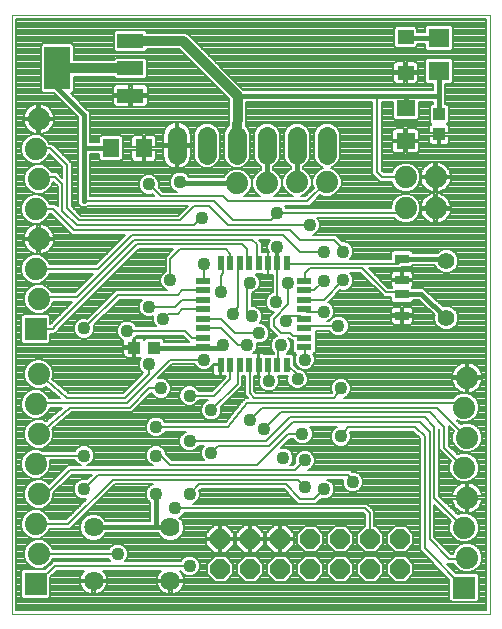
<source format=gtl>
G75*
G70*
%OFA0B0*%
%FSLAX24Y24*%
%IPPOS*%
%LPD*%
%AMOC8*
5,1,8,0,0,1.08239X$1,22.5*
%
%ADD10C,0.0000*%
%ADD11R,0.0500X0.0220*%
%ADD12R,0.0220X0.0500*%
%ADD13C,0.0560*%
%ADD14R,0.0472X0.0315*%
%ADD15R,0.0880X0.0480*%
%ADD16R,0.0866X0.1417*%
%ADD17R,0.0740X0.0740*%
%ADD18C,0.0740*%
%ADD19OC8,0.0640*%
%ADD20C,0.0640*%
%ADD21R,0.0551X0.0630*%
%ADD22R,0.0433X0.0394*%
%ADD23C,0.0640*%
%ADD24R,0.0630X0.0551*%
%ADD25R,0.0394X0.0433*%
%ADD26R,0.0551X0.0472*%
%ADD27R,0.0709X0.0630*%
%ADD28C,0.0080*%
%ADD29C,0.0436*%
%ADD30C,0.0160*%
%ADD31C,0.0320*%
%ADD32C,0.0120*%
D10*
X000806Y000141D02*
X000806Y020117D01*
X016756Y020117D01*
X016756Y000141D01*
X000806Y000141D01*
D11*
X007176Y009039D03*
X007176Y009354D03*
X007176Y009669D03*
X007176Y009984D03*
X007176Y010299D03*
X007176Y010614D03*
X007176Y010929D03*
X007176Y011243D03*
X010556Y011243D03*
X010556Y010929D03*
X010556Y010614D03*
X010556Y010299D03*
X010556Y009984D03*
X010556Y009669D03*
X010556Y009354D03*
X010556Y009039D03*
D12*
X009969Y008451D03*
X009654Y008451D03*
X009339Y008451D03*
X009024Y008451D03*
X008709Y008451D03*
X008394Y008451D03*
X008079Y008451D03*
X007764Y008451D03*
X007764Y011831D03*
X008079Y011831D03*
X008394Y011831D03*
X008709Y011831D03*
X009024Y011831D03*
X009339Y011831D03*
X009654Y011831D03*
X009969Y011831D03*
D13*
X015286Y011911D03*
X015286Y010011D03*
D14*
X013806Y010087D03*
X013806Y010795D03*
X013806Y011277D03*
X013806Y011985D03*
D15*
X004756Y017421D03*
X004756Y018331D03*
X004756Y019241D03*
D16*
X002316Y018331D03*
D17*
X001596Y009641D03*
X001596Y001141D03*
X015876Y001021D03*
D18*
X015976Y002021D03*
X015876Y003021D03*
X015976Y004021D03*
X015876Y005021D03*
X015976Y006021D03*
X015876Y007021D03*
X015976Y008021D03*
X014926Y013661D03*
X014926Y014701D03*
X013926Y014701D03*
X013926Y013661D03*
X011306Y014541D03*
X010306Y014541D03*
X009306Y014501D03*
X008306Y014501D03*
X001696Y014641D03*
X001596Y013641D03*
X001696Y012641D03*
X001596Y011641D03*
X001696Y010641D03*
X001696Y008141D03*
X001596Y007141D03*
X001696Y006141D03*
X001596Y005141D03*
X001696Y004141D03*
X001596Y003141D03*
X001696Y002141D03*
X001596Y015641D03*
X001696Y016641D03*
D19*
X007746Y002641D03*
X007746Y001641D03*
X008746Y001641D03*
X008746Y002641D03*
X009746Y002641D03*
X009746Y001641D03*
X010746Y001641D03*
X010746Y002641D03*
X011746Y002641D03*
X011746Y001641D03*
X012746Y001641D03*
X012746Y002641D03*
X013746Y002641D03*
X013746Y001641D03*
D20*
X006086Y001251D03*
X006086Y003031D03*
X003526Y003031D03*
X003526Y001251D03*
D21*
X004095Y015661D03*
X005197Y015661D03*
D22*
X004872Y009021D03*
X005541Y009021D03*
D23*
X006306Y015441D02*
X006306Y016081D01*
X007306Y016081D02*
X007306Y015441D01*
X008306Y015441D02*
X008306Y016081D01*
X009306Y016081D02*
X009306Y015441D01*
X010306Y015441D02*
X010306Y016081D01*
X011306Y016081D02*
X011306Y015441D01*
D24*
X013926Y015910D03*
X013926Y017012D03*
D25*
X015046Y016796D03*
X015046Y016126D03*
D26*
X013926Y018191D03*
X013926Y019372D03*
D27*
X015046Y019332D03*
X015046Y018230D03*
D28*
X014846Y017795D02*
X014642Y017795D01*
X014572Y017865D01*
X014572Y018595D01*
X014642Y018665D01*
X015450Y018665D01*
X015521Y018595D01*
X015521Y017865D01*
X015450Y017795D01*
X015246Y017795D01*
X015246Y017338D01*
X015246Y017132D01*
X015293Y017132D01*
X015363Y017062D01*
X015363Y016529D01*
X015303Y016470D01*
X015329Y016455D01*
X015355Y016429D01*
X015374Y016397D01*
X015383Y016361D01*
X015383Y016166D01*
X015086Y016166D01*
X015086Y016086D01*
X015086Y015770D01*
X015262Y015770D01*
X015297Y015779D01*
X015329Y015798D01*
X015355Y015824D01*
X015374Y015856D01*
X015383Y015891D01*
X015383Y016086D01*
X015086Y016086D01*
X015006Y016086D01*
X015006Y015770D01*
X014831Y015770D01*
X014795Y015779D01*
X014763Y015798D01*
X014737Y015824D01*
X014719Y015856D01*
X014709Y015891D01*
X014709Y016086D01*
X015006Y016086D01*
X015006Y016166D01*
X014709Y016166D01*
X014709Y016361D01*
X014719Y016397D01*
X014737Y016429D01*
X014763Y016455D01*
X014789Y016470D01*
X014729Y016529D01*
X014729Y017062D01*
X014800Y017132D01*
X014846Y017132D01*
X014846Y017221D01*
X014361Y017221D01*
X014361Y016687D01*
X014291Y016617D01*
X013562Y016617D01*
X013491Y016687D01*
X013491Y017221D01*
X013126Y017221D01*
X013126Y014927D01*
X013193Y014861D01*
X013462Y014861D01*
X013511Y014979D01*
X013649Y015116D01*
X013829Y015191D01*
X014024Y015191D01*
X014204Y015116D01*
X014342Y014979D01*
X014416Y014799D01*
X014416Y014604D01*
X014342Y014424D01*
X014204Y014286D01*
X014024Y014211D01*
X013829Y014211D01*
X013649Y014286D01*
X013511Y014424D01*
X013462Y014541D01*
X013193Y014541D01*
X013060Y014541D01*
X012900Y014701D01*
X012806Y014795D01*
X012806Y017221D01*
X008604Y017221D01*
X008594Y016415D01*
X008679Y016330D01*
X008746Y016169D01*
X008746Y015354D01*
X008679Y015192D01*
X008556Y015068D01*
X008394Y015001D01*
X008219Y015001D01*
X008057Y015068D01*
X007933Y015192D01*
X007866Y015354D01*
X007866Y016169D01*
X007933Y016330D01*
X008034Y016431D01*
X008044Y017207D01*
X008044Y017207D01*
X008045Y017307D01*
X006390Y018961D01*
X005316Y018961D01*
X005316Y018951D01*
X005246Y018881D01*
X004267Y018881D01*
X004196Y018951D01*
X004196Y019531D01*
X004267Y019601D01*
X005246Y019601D01*
X005316Y019531D01*
X005316Y019521D01*
X006451Y019521D01*
X006562Y019521D01*
X006665Y019478D01*
X008486Y017657D01*
X008488Y017656D01*
X014846Y017656D01*
X014846Y017621D02*
X014846Y017795D01*
X014846Y017735D02*
X008409Y017735D01*
X008488Y017656D02*
X008522Y017621D01*
X012883Y017621D01*
X013843Y017621D01*
X014846Y017621D01*
X014624Y017813D02*
X008330Y017813D01*
X008251Y017892D02*
X013525Y017892D01*
X013520Y017900D02*
X013539Y017868D01*
X013565Y017842D01*
X013597Y017824D01*
X013632Y017814D01*
X013886Y017814D01*
X013886Y018150D01*
X013966Y018150D01*
X013966Y017814D01*
X014220Y017814D01*
X014256Y017824D01*
X014288Y017842D01*
X014314Y017868D01*
X014332Y017900D01*
X014342Y017936D01*
X014342Y018151D01*
X013966Y018151D01*
X013966Y018230D01*
X014342Y018230D01*
X014342Y018445D01*
X014332Y018481D01*
X014314Y018513D01*
X014288Y018539D01*
X014256Y018557D01*
X014220Y018567D01*
X013966Y018567D01*
X013966Y018231D01*
X013886Y018231D01*
X013886Y018567D01*
X013632Y018567D01*
X013597Y018557D01*
X013565Y018539D01*
X013539Y018513D01*
X013520Y018481D01*
X013511Y018445D01*
X013511Y018230D01*
X013886Y018230D01*
X013886Y018151D01*
X013511Y018151D01*
X013511Y017936D01*
X013520Y017900D01*
X013511Y017970D02*
X008173Y017970D01*
X008094Y018049D02*
X013511Y018049D01*
X013511Y018128D02*
X008016Y018128D01*
X007937Y018206D02*
X013886Y018206D01*
X013886Y018128D02*
X013966Y018128D01*
X013966Y018206D02*
X014572Y018206D01*
X014572Y018128D02*
X014342Y018128D01*
X014342Y018049D02*
X014572Y018049D01*
X014572Y017970D02*
X014342Y017970D01*
X014327Y017892D02*
X014572Y017892D01*
X014572Y018285D02*
X014342Y018285D01*
X014342Y018363D02*
X014572Y018363D01*
X014572Y018442D02*
X014342Y018442D01*
X014306Y018520D02*
X014572Y018520D01*
X014576Y018599D02*
X007545Y018599D01*
X007623Y018520D02*
X013546Y018520D01*
X013511Y018442D02*
X007702Y018442D01*
X007780Y018363D02*
X013511Y018363D01*
X013511Y018285D02*
X007859Y018285D01*
X007466Y018677D02*
X016616Y018677D01*
X016616Y018599D02*
X015516Y018599D01*
X015521Y018520D02*
X016616Y018520D01*
X016616Y018442D02*
X015521Y018442D01*
X015521Y018363D02*
X016616Y018363D01*
X016616Y018285D02*
X015521Y018285D01*
X015521Y018206D02*
X016616Y018206D01*
X016616Y018128D02*
X015521Y018128D01*
X015521Y018049D02*
X016616Y018049D01*
X016616Y017970D02*
X015521Y017970D01*
X015521Y017892D02*
X016616Y017892D01*
X016616Y017813D02*
X015469Y017813D01*
X015246Y017735D02*
X016616Y017735D01*
X016616Y017656D02*
X015246Y017656D01*
X015246Y017578D02*
X016616Y017578D01*
X016616Y017499D02*
X015246Y017499D01*
X015246Y017421D02*
X016616Y017421D01*
X016616Y017342D02*
X015246Y017342D01*
X015246Y017264D02*
X016616Y017264D01*
X016616Y017185D02*
X015246Y017185D01*
X015319Y017106D02*
X016616Y017106D01*
X016616Y017028D02*
X015363Y017028D01*
X015363Y016949D02*
X016616Y016949D01*
X016616Y016871D02*
X015363Y016871D01*
X015363Y016792D02*
X016616Y016792D01*
X016616Y016714D02*
X015363Y016714D01*
X015363Y016635D02*
X016616Y016635D01*
X016616Y016557D02*
X015363Y016557D01*
X015312Y016478D02*
X016616Y016478D01*
X016616Y016400D02*
X015372Y016400D01*
X015383Y016321D02*
X016616Y016321D01*
X016616Y016242D02*
X015383Y016242D01*
X015383Y016085D02*
X016616Y016085D01*
X016616Y016007D02*
X015383Y016007D01*
X015383Y015928D02*
X016616Y015928D01*
X016616Y015850D02*
X015370Y015850D01*
X015266Y015771D02*
X016616Y015771D01*
X016616Y015693D02*
X014381Y015693D01*
X014381Y015616D02*
X014381Y015870D01*
X013966Y015870D01*
X013966Y015494D01*
X014260Y015494D01*
X014295Y015504D01*
X014327Y015522D01*
X014353Y015548D01*
X014372Y015580D01*
X014381Y015616D01*
X014381Y015614D02*
X016616Y015614D01*
X016616Y015536D02*
X014341Y015536D01*
X014381Y015771D02*
X014826Y015771D01*
X014722Y015850D02*
X014381Y015850D01*
X014381Y015950D02*
X014381Y016204D01*
X014372Y016240D01*
X014353Y016271D01*
X014327Y016298D01*
X014295Y016316D01*
X014260Y016325D01*
X013966Y016325D01*
X013966Y015950D01*
X013886Y015950D01*
X013886Y015870D01*
X013471Y015870D01*
X013471Y015616D01*
X013481Y015580D01*
X013499Y015548D01*
X013525Y015522D01*
X013557Y015504D01*
X013593Y015494D01*
X013886Y015494D01*
X013886Y015870D01*
X013966Y015870D01*
X013966Y015950D01*
X014381Y015950D01*
X014381Y016007D02*
X014709Y016007D01*
X014709Y016085D02*
X014381Y016085D01*
X014381Y016164D02*
X015006Y016164D01*
X015006Y016085D02*
X015086Y016085D01*
X015086Y016007D02*
X015006Y016007D01*
X015006Y015928D02*
X015086Y015928D01*
X015086Y015850D02*
X015006Y015850D01*
X015006Y015771D02*
X015086Y015771D01*
X015086Y016164D02*
X016616Y016164D01*
X016616Y015457D02*
X013126Y015457D01*
X013126Y015379D02*
X016616Y015379D01*
X016616Y015300D02*
X013126Y015300D01*
X013126Y015221D02*
X016616Y015221D01*
X016616Y015143D02*
X015183Y015143D01*
X015194Y015137D02*
X015122Y015174D01*
X015046Y015199D01*
X014966Y015211D01*
X014966Y014741D01*
X014886Y014741D01*
X014886Y014661D01*
X014416Y014661D01*
X014429Y014582D01*
X014454Y014505D01*
X014490Y014434D01*
X014537Y014369D01*
X014594Y014312D01*
X014659Y014265D01*
X014731Y014228D01*
X014807Y014204D01*
X014886Y014191D01*
X014886Y014191D01*
X014886Y014661D01*
X014966Y014661D01*
X014966Y014191D01*
X014966Y014191D01*
X015046Y014204D01*
X015122Y014228D01*
X015194Y014265D01*
X015259Y014312D01*
X015315Y014369D01*
X015362Y014434D01*
X015399Y014505D01*
X015424Y014582D01*
X015436Y014661D01*
X014966Y014661D01*
X014966Y014741D01*
X015436Y014741D01*
X015436Y014741D01*
X015424Y014821D01*
X015399Y014897D01*
X015362Y014968D01*
X015315Y015033D01*
X015259Y015090D01*
X015194Y015137D01*
X015284Y015064D02*
X016616Y015064D01*
X016616Y014986D02*
X015350Y014986D01*
X015394Y014907D02*
X016616Y014907D01*
X016616Y014829D02*
X015421Y014829D01*
X015435Y014750D02*
X016616Y014750D01*
X016616Y014672D02*
X014966Y014672D01*
X014966Y014750D02*
X014886Y014750D01*
X014886Y014741D02*
X014886Y015211D01*
X014807Y015199D01*
X014731Y015174D01*
X014659Y015137D01*
X014594Y015090D01*
X014537Y015033D01*
X014490Y014968D01*
X014454Y014897D01*
X014429Y014821D01*
X014416Y014741D01*
X014886Y014741D01*
X014886Y014672D02*
X014416Y014672D01*
X014416Y014661D02*
X014416Y014661D01*
X014412Y014593D02*
X014427Y014593D01*
X014451Y014515D02*
X014379Y014515D01*
X014347Y014436D02*
X014489Y014436D01*
X014549Y014357D02*
X014276Y014357D01*
X014187Y014279D02*
X014640Y014279D01*
X014707Y014122D02*
X014094Y014122D01*
X014024Y014151D02*
X014204Y014076D01*
X014342Y013939D01*
X014416Y013759D01*
X014416Y013564D01*
X014342Y013384D01*
X014204Y013246D01*
X014024Y013171D01*
X013829Y013171D01*
X013649Y013246D01*
X013553Y013341D01*
X010964Y013341D01*
X011013Y013293D01*
X011064Y013168D01*
X011064Y013034D01*
X011013Y012910D01*
X010918Y012814D01*
X010837Y012781D01*
X011460Y012781D01*
X011593Y012781D01*
X011814Y012559D01*
X011914Y012559D01*
X012038Y012508D01*
X012133Y012413D01*
X012184Y012288D01*
X012184Y012154D01*
X012133Y012030D01*
X012084Y011981D01*
X013450Y011981D01*
X013450Y012193D01*
X013520Y012263D01*
X014092Y012263D01*
X014162Y012193D01*
X014162Y012185D01*
X014995Y012185D01*
X015060Y012250D01*
X015207Y012311D01*
X015366Y012311D01*
X015513Y012250D01*
X015625Y012138D01*
X015686Y011991D01*
X015686Y011831D01*
X015625Y011684D01*
X015513Y011572D01*
X015366Y011511D01*
X015207Y011511D01*
X015060Y011572D01*
X014947Y011684D01*
X014905Y011785D01*
X014162Y011785D01*
X014162Y011778D01*
X014092Y011708D01*
X013799Y011708D01*
X013755Y011662D01*
X013753Y011662D01*
X013753Y011661D01*
X013689Y011661D01*
X013622Y011660D01*
X013621Y011661D01*
X012712Y011661D01*
X013353Y011021D01*
X013469Y011021D01*
X013469Y011022D01*
X013458Y011033D01*
X013440Y011065D01*
X013430Y011101D01*
X013430Y011238D01*
X013767Y011238D01*
X013767Y011316D01*
X013430Y011316D01*
X013430Y011453D01*
X013440Y011488D01*
X013458Y011520D01*
X013484Y011546D01*
X013516Y011565D01*
X013552Y011574D01*
X013767Y011574D01*
X013767Y011316D01*
X013845Y011316D01*
X013845Y011574D01*
X014061Y011574D01*
X014097Y011565D01*
X014128Y011546D01*
X014155Y011520D01*
X014173Y011488D01*
X014182Y011453D01*
X014182Y011316D01*
X013845Y011316D01*
X013845Y011238D01*
X014182Y011238D01*
X014182Y011101D01*
X014173Y011065D01*
X014155Y011033D01*
X014143Y011022D01*
X014161Y011004D01*
X014435Y011011D01*
X014518Y011013D01*
X014518Y011013D01*
X014519Y011013D01*
X014584Y010951D01*
X015170Y010396D01*
X015207Y010411D01*
X015366Y010411D01*
X015513Y010350D01*
X015625Y010238D01*
X015686Y010091D01*
X015686Y009931D01*
X015625Y009784D01*
X015513Y009672D01*
X015366Y009611D01*
X015207Y009611D01*
X015060Y009672D01*
X014947Y009784D01*
X014886Y009931D01*
X014886Y010091D01*
X014893Y010108D01*
X014363Y010609D01*
X014162Y010604D01*
X014162Y010588D01*
X014092Y010518D01*
X013520Y010518D01*
X013450Y010588D01*
X013450Y010701D01*
X013220Y010701D01*
X013126Y010795D01*
X012420Y011501D01*
X012084Y011501D01*
X012133Y011453D01*
X012184Y011328D01*
X012184Y011194D01*
X012133Y011070D01*
X012038Y010974D01*
X011914Y010923D01*
X011779Y010923D01*
X011747Y010936D01*
X011359Y010547D01*
X011342Y010531D01*
X011398Y010508D01*
X011493Y010413D01*
X011544Y010288D01*
X011544Y010154D01*
X011493Y010030D01*
X011398Y009934D01*
X011317Y009901D01*
X011387Y009901D01*
X011400Y009933D01*
X011495Y010028D01*
X011619Y010079D01*
X011754Y010079D01*
X011878Y010028D01*
X011973Y009933D01*
X012024Y009808D01*
X012024Y009674D01*
X011973Y009550D01*
X011878Y009454D01*
X011754Y009403D01*
X011619Y009403D01*
X011495Y009454D01*
X011400Y009550D01*
X011387Y009581D01*
X010926Y009581D01*
X010926Y009509D01*
X010926Y009194D01*
X010926Y008879D01*
X010856Y008809D01*
X010854Y008809D01*
X010904Y008688D01*
X010904Y008554D01*
X010853Y008430D01*
X010758Y008334D01*
X010634Y008283D01*
X010499Y008283D01*
X010375Y008334D01*
X010280Y008430D01*
X010228Y008554D01*
X010228Y008688D01*
X010278Y008809D01*
X010257Y008809D01*
X010186Y008879D01*
X010186Y009194D01*
X010186Y009261D01*
X010100Y009261D01*
X010020Y009341D01*
X010004Y009341D01*
X010053Y009293D01*
X010104Y009168D01*
X010104Y009034D01*
X010053Y008910D01*
X009964Y008821D01*
X010128Y008821D01*
X010199Y008751D01*
X010199Y008447D01*
X010327Y008319D01*
X010394Y008319D01*
X010518Y008268D01*
X010613Y008173D01*
X010664Y008048D01*
X010664Y007914D01*
X010613Y007790D01*
X010518Y007694D01*
X010394Y007643D01*
X010259Y007643D01*
X010135Y007694D01*
X010040Y007790D01*
X009988Y007914D01*
X009988Y008048D01*
X010002Y008081D01*
X009809Y008081D01*
X009658Y008081D01*
X009704Y007968D01*
X009704Y007834D01*
X009653Y007710D01*
X009558Y007614D01*
X009434Y007563D01*
X009299Y007563D01*
X009175Y007614D01*
X009080Y007710D01*
X009028Y007834D01*
X009028Y007968D01*
X009067Y008061D01*
X009039Y008061D01*
X009039Y008436D01*
X009009Y008436D01*
X009009Y008061D01*
X008895Y008061D01*
X008886Y008064D01*
X008886Y007567D01*
X008953Y007501D01*
X011446Y007501D01*
X011459Y007519D01*
X011428Y007594D01*
X011428Y007728D01*
X011480Y007853D01*
X011575Y007948D01*
X011699Y007999D01*
X011834Y007999D01*
X011958Y007948D01*
X012053Y007853D01*
X012104Y007728D01*
X012104Y007594D01*
X012053Y007470D01*
X011958Y007374D01*
X011877Y007341D01*
X015503Y007341D01*
X015599Y007436D01*
X015779Y007511D01*
X015974Y007511D01*
X016154Y007436D01*
X016292Y007299D01*
X016366Y007119D01*
X016366Y006924D01*
X016292Y006744D01*
X016154Y006606D01*
X015974Y006531D01*
X015779Y006531D01*
X015631Y006592D01*
X015761Y006462D01*
X015879Y006511D01*
X016074Y006511D01*
X016254Y006436D01*
X016392Y006299D01*
X016466Y006119D01*
X016466Y005924D01*
X016392Y005744D01*
X016254Y005606D01*
X016074Y005531D01*
X015879Y005531D01*
X015699Y005606D01*
X015561Y005744D01*
X015486Y005924D01*
X015486Y006119D01*
X015535Y006236D01*
X015366Y006405D01*
X015366Y006315D01*
X015366Y005757D01*
X015661Y005462D01*
X015779Y005511D01*
X015974Y005511D01*
X016154Y005436D01*
X016292Y005299D01*
X016366Y005119D01*
X016366Y004924D01*
X016292Y004744D01*
X016154Y004606D01*
X015974Y004531D01*
X015779Y004531D01*
X015599Y004606D01*
X015461Y004744D01*
X015386Y004924D01*
X015386Y005119D01*
X015435Y005236D01*
X015140Y005531D01*
X015046Y005625D01*
X015046Y006315D01*
X015046Y006315D01*
X015046Y004077D01*
X015661Y003462D01*
X015779Y003511D01*
X015974Y003511D01*
X016154Y003436D01*
X016292Y003299D01*
X016366Y003119D01*
X016366Y002924D01*
X016292Y002744D01*
X016154Y002606D01*
X015974Y002531D01*
X015779Y002531D01*
X015599Y002606D01*
X015461Y002744D01*
X015386Y002924D01*
X015386Y003119D01*
X015435Y003236D01*
X014886Y003785D01*
X014886Y002697D01*
X015433Y002141D01*
X015496Y002141D01*
X015561Y002299D01*
X015699Y002436D01*
X015879Y002511D01*
X016074Y002511D01*
X016254Y002436D01*
X016392Y002299D01*
X016466Y002119D01*
X016466Y001924D01*
X016392Y001744D01*
X016254Y001606D01*
X016074Y001531D01*
X015879Y001531D01*
X015699Y001606D01*
X015561Y001744D01*
X015529Y001821D01*
X015432Y001821D01*
X015431Y001821D01*
X015365Y001821D01*
X015302Y001821D01*
X015613Y001511D01*
X016296Y001511D01*
X016366Y001441D01*
X016366Y000601D01*
X016296Y000531D01*
X015457Y000531D01*
X015386Y000601D01*
X015386Y001285D01*
X014500Y002171D01*
X014406Y002265D01*
X014406Y005995D01*
X014180Y006221D01*
X012086Y006221D01*
X012073Y006204D01*
X012104Y006128D01*
X012104Y005994D01*
X012053Y005870D01*
X011958Y005774D01*
X011834Y005723D01*
X011699Y005723D01*
X011575Y005774D01*
X011480Y005870D01*
X011428Y005994D01*
X011428Y006128D01*
X011480Y006253D01*
X011575Y006348D01*
X011655Y006381D01*
X010724Y006381D01*
X010773Y006333D01*
X010824Y006208D01*
X010824Y006074D01*
X010773Y005950D01*
X010678Y005854D01*
X010554Y005803D01*
X010419Y005803D01*
X010295Y005854D01*
X010200Y005950D01*
X010187Y005981D01*
X010073Y005981D01*
X009765Y005673D01*
X009779Y005679D01*
X009914Y005679D01*
X010038Y005628D01*
X010133Y005533D01*
X010184Y005408D01*
X010184Y005274D01*
X010133Y005150D01*
X010084Y005101D01*
X010180Y005101D01*
X010241Y005162D01*
X010228Y005194D01*
X010228Y005328D01*
X010280Y005453D01*
X010375Y005548D01*
X010499Y005599D01*
X010634Y005599D01*
X010758Y005548D01*
X010853Y005453D01*
X010904Y005328D01*
X010904Y005194D01*
X010853Y005070D01*
X010758Y004974D01*
X010677Y004941D01*
X011958Y004941D01*
X011973Y004951D01*
X012022Y004941D01*
X012073Y004941D01*
X012085Y004928D01*
X012103Y004925D01*
X012131Y004883D01*
X012134Y004879D01*
X012234Y004879D01*
X012358Y004828D01*
X012453Y004733D01*
X012504Y004608D01*
X012504Y004474D01*
X012453Y004350D01*
X012358Y004254D01*
X012234Y004203D01*
X012099Y004203D01*
X011975Y004254D01*
X011880Y004350D01*
X011828Y004474D01*
X011828Y004608D01*
X011834Y004621D01*
X011317Y004621D01*
X011398Y004588D01*
X011493Y004493D01*
X011544Y004368D01*
X011544Y004234D01*
X011493Y004110D01*
X011398Y004014D01*
X011274Y003963D01*
X011139Y003963D01*
X011107Y003976D01*
X010953Y003821D01*
X010820Y003821D01*
X010340Y003821D01*
X010246Y003915D01*
X009860Y004301D01*
X007113Y004301D01*
X007051Y004240D01*
X007064Y004208D01*
X007064Y004074D01*
X007013Y003950D01*
X006918Y003854D01*
X006837Y003821D01*
X012500Y003821D01*
X012633Y003821D01*
X012793Y003661D01*
X012886Y003567D01*
X012886Y003081D01*
X012929Y003081D01*
X013186Y002823D01*
X013186Y002459D01*
X012929Y002201D01*
X012564Y002201D01*
X012306Y002459D01*
X012306Y002823D01*
X012564Y003081D01*
X012566Y003081D01*
X012566Y003435D01*
X012500Y003501D01*
X006546Y003501D01*
X006533Y003470D01*
X006438Y003374D01*
X006386Y003353D01*
X006459Y003280D01*
X006526Y003119D01*
X006526Y002944D01*
X006459Y002782D01*
X006336Y002658D01*
X006174Y002591D01*
X005999Y002591D01*
X005837Y002658D01*
X005713Y002782D01*
X005693Y002831D01*
X005689Y002831D01*
X005523Y002831D01*
X003920Y002831D01*
X003899Y002782D01*
X003776Y002658D01*
X003614Y002591D01*
X003439Y002591D01*
X003277Y002658D01*
X003153Y002782D01*
X003086Y002944D01*
X003086Y003119D01*
X003153Y003280D01*
X003277Y003404D01*
X003439Y003471D01*
X003614Y003471D01*
X003776Y003404D01*
X003899Y003280D01*
X003920Y003231D01*
X005406Y003231D01*
X005406Y003863D01*
X005320Y003950D01*
X005268Y004074D01*
X005268Y004208D01*
X005320Y004333D01*
X005415Y004428D01*
X005495Y004461D01*
X004232Y004461D01*
X004233Y004461D02*
X005495Y004461D01*
X005369Y004382D02*
X004154Y004382D01*
X004075Y004304D02*
X005308Y004304D01*
X005275Y004225D02*
X003997Y004225D01*
X003918Y004147D02*
X005268Y004147D01*
X005270Y004068D02*
X003840Y004068D01*
X003761Y003990D02*
X005303Y003990D01*
X005358Y003911D02*
X003683Y003911D01*
X003604Y003833D02*
X005406Y003833D01*
X005406Y003754D02*
X003526Y003754D01*
X003447Y003676D02*
X005406Y003676D01*
X005406Y003597D02*
X003368Y003597D01*
X003290Y003518D02*
X005406Y003518D01*
X005406Y003440D02*
X003689Y003440D01*
X003818Y003361D02*
X005406Y003361D01*
X005406Y003283D02*
X003897Y003283D01*
X003912Y002812D02*
X005701Y002812D01*
X005762Y002733D02*
X003850Y002733D01*
X003767Y002654D02*
X005846Y002654D01*
X006327Y002654D02*
X007706Y002654D01*
X007706Y002681D02*
X007706Y002601D01*
X007286Y002601D01*
X007286Y002451D01*
X007556Y002181D01*
X007706Y002181D01*
X007706Y002601D01*
X007786Y002601D01*
X007786Y002181D01*
X007937Y002181D01*
X008206Y002451D01*
X008206Y002601D01*
X007786Y002601D01*
X007786Y002681D01*
X007706Y002681D01*
X007286Y002681D01*
X007286Y002832D01*
X007556Y003101D01*
X007706Y003101D01*
X007706Y002681D01*
X007706Y002733D02*
X007786Y002733D01*
X007786Y002681D02*
X007786Y003101D01*
X007937Y003101D01*
X008206Y002832D01*
X008206Y002681D01*
X007786Y002681D01*
X007786Y002654D02*
X008706Y002654D01*
X008706Y002681D02*
X008706Y002601D01*
X008286Y002601D01*
X008286Y002451D01*
X008556Y002181D01*
X008706Y002181D01*
X008706Y002601D01*
X008786Y002601D01*
X008786Y002181D01*
X008937Y002181D01*
X009206Y002451D01*
X009206Y002601D01*
X008786Y002601D01*
X008786Y002681D01*
X008706Y002681D01*
X008286Y002681D01*
X008286Y002832D01*
X008556Y003101D01*
X008706Y003101D01*
X008706Y002681D01*
X008706Y002733D02*
X008786Y002733D01*
X008786Y002681D02*
X008786Y003101D01*
X008937Y003101D01*
X009206Y002832D01*
X009206Y002681D01*
X008786Y002681D01*
X008786Y002654D02*
X009706Y002654D01*
X009706Y002681D02*
X009706Y002601D01*
X009286Y002601D01*
X009286Y002451D01*
X009556Y002181D01*
X009706Y002181D01*
X009706Y002601D01*
X009786Y002601D01*
X009786Y002181D01*
X009937Y002181D01*
X010206Y002451D01*
X010206Y002601D01*
X009786Y002601D01*
X009786Y002681D01*
X009706Y002681D01*
X009286Y002681D01*
X009286Y002832D01*
X009556Y003101D01*
X009706Y003101D01*
X009706Y002681D01*
X009706Y002733D02*
X009786Y002733D01*
X009786Y002681D02*
X009786Y003101D01*
X009937Y003101D01*
X010206Y002832D01*
X010206Y002681D01*
X009786Y002681D01*
X009786Y002654D02*
X010306Y002654D01*
X010306Y002576D02*
X010206Y002576D01*
X010206Y002497D02*
X010306Y002497D01*
X010306Y002459D02*
X010564Y002201D01*
X010929Y002201D01*
X011186Y002459D01*
X011186Y002823D01*
X010929Y003081D01*
X010564Y003081D01*
X010306Y002823D01*
X010306Y002459D01*
X010346Y002419D02*
X010175Y002419D01*
X010096Y002340D02*
X010425Y002340D01*
X010503Y002262D02*
X010017Y002262D01*
X009939Y002183D02*
X014488Y002183D01*
X014566Y002105D02*
X004664Y002105D01*
X004664Y002074D02*
X004664Y002208D01*
X004613Y002333D01*
X004518Y002428D01*
X004394Y002479D01*
X004259Y002479D01*
X004135Y002428D01*
X004040Y002333D01*
X004027Y002301D01*
X002160Y002301D01*
X002112Y002419D01*
X001974Y002556D01*
X001794Y002631D01*
X001599Y002631D01*
X001419Y002556D01*
X001281Y002419D01*
X000946Y002419D01*
X000946Y002497D02*
X001360Y002497D01*
X001281Y002419D02*
X001206Y002239D01*
X001206Y002044D01*
X001281Y001864D01*
X001419Y001726D01*
X001599Y001651D01*
X001794Y001651D01*
X001974Y001726D01*
X002112Y001864D01*
X002160Y001981D01*
X004027Y001981D01*
X004040Y001950D01*
X004088Y001901D01*
X002249Y001901D01*
X002186Y001904D01*
X002184Y001901D01*
X002180Y001901D01*
X002135Y001856D01*
X001891Y001631D01*
X001177Y001631D01*
X001106Y001561D01*
X001106Y000721D01*
X001177Y000651D01*
X002016Y000651D01*
X002086Y000721D01*
X002086Y001376D01*
X002309Y001581D01*
X003206Y001581D01*
X003175Y001551D01*
X003133Y001492D01*
X003100Y001428D01*
X003078Y001359D01*
X003067Y001291D01*
X003486Y001291D01*
X003486Y001211D01*
X003067Y001211D01*
X003078Y001143D01*
X003100Y001074D01*
X003133Y001010D01*
X003175Y000951D01*
X003227Y000900D01*
X003285Y000858D01*
X003350Y000825D01*
X003419Y000802D01*
X003486Y000792D01*
X003486Y001211D01*
X003566Y001211D01*
X003566Y000792D01*
X003634Y000802D01*
X003703Y000825D01*
X003767Y000858D01*
X003826Y000900D01*
X003877Y000951D01*
X003920Y001010D01*
X003953Y001074D01*
X003975Y001143D01*
X003986Y001211D01*
X003566Y001211D01*
X003566Y001291D01*
X003986Y001291D01*
X003975Y001359D01*
X003953Y001428D01*
X003920Y001492D01*
X003877Y001551D01*
X003847Y001581D01*
X005766Y001581D01*
X005735Y001551D01*
X005693Y001492D01*
X005660Y001428D01*
X005638Y001359D01*
X005627Y001291D01*
X006046Y001291D01*
X006046Y001211D01*
X005627Y001211D01*
X005638Y001143D01*
X005660Y001074D01*
X005693Y001010D01*
X005735Y000951D01*
X005787Y000900D01*
X005845Y000858D01*
X005910Y000825D01*
X005979Y000802D01*
X006046Y000792D01*
X006046Y001211D01*
X006126Y001211D01*
X006126Y000792D01*
X006194Y000802D01*
X006263Y000825D01*
X006327Y000858D01*
X006386Y000900D01*
X006437Y000951D01*
X006480Y001010D01*
X006513Y001074D01*
X006535Y001143D01*
X006546Y001211D01*
X006126Y001211D01*
X006126Y001291D01*
X006546Y001291D01*
X006535Y001359D01*
X006513Y001428D01*
X006480Y001492D01*
X006437Y001551D01*
X006407Y001581D01*
X006427Y001581D01*
X006440Y001550D01*
X006535Y001454D01*
X006659Y001403D01*
X006794Y001403D01*
X006918Y001454D01*
X007013Y001550D01*
X007064Y001674D01*
X007064Y001808D01*
X007013Y001933D01*
X006918Y002028D01*
X006794Y002079D01*
X006659Y002079D01*
X006535Y002028D01*
X006440Y001933D01*
X006427Y001901D01*
X004564Y001901D01*
X004613Y001950D01*
X004664Y002074D01*
X004645Y002026D02*
X006533Y002026D01*
X006455Y001948D02*
X004611Y001948D01*
X004664Y002183D02*
X007554Y002183D01*
X007564Y002081D02*
X007306Y001823D01*
X007306Y001459D01*
X007564Y001201D01*
X007929Y001201D01*
X008186Y001459D01*
X008186Y001823D01*
X007929Y002081D01*
X007564Y002081D01*
X007509Y002026D02*
X006919Y002026D01*
X006998Y001948D02*
X007431Y001948D01*
X007352Y001869D02*
X007039Y001869D01*
X007064Y001791D02*
X007306Y001791D01*
X007306Y001712D02*
X007064Y001712D01*
X007048Y001633D02*
X007306Y001633D01*
X007306Y001555D02*
X007015Y001555D01*
X006940Y001476D02*
X007306Y001476D01*
X007367Y001398D02*
X006522Y001398D01*
X006513Y001476D02*
X006488Y001476D01*
X006437Y001555D02*
X006433Y001555D01*
X006541Y001319D02*
X007446Y001319D01*
X007524Y001241D02*
X006126Y001241D01*
X006126Y001162D02*
X006046Y001162D01*
X006046Y001084D02*
X006126Y001084D01*
X006126Y001005D02*
X006046Y001005D01*
X006046Y000927D02*
X006126Y000927D01*
X006126Y000848D02*
X006046Y000848D01*
X005864Y000848D02*
X003748Y000848D01*
X003852Y000927D02*
X005760Y000927D01*
X005696Y001005D02*
X003916Y001005D01*
X003956Y001084D02*
X005657Y001084D01*
X005635Y001162D02*
X003978Y001162D01*
X003981Y001319D02*
X005631Y001319D01*
X005650Y001398D02*
X003962Y001398D01*
X003928Y001476D02*
X005685Y001476D01*
X005740Y001555D02*
X003873Y001555D01*
X003566Y001241D02*
X006046Y001241D01*
X006308Y000848D02*
X015386Y000848D01*
X015386Y000927D02*
X006412Y000927D01*
X006476Y001005D02*
X015386Y001005D01*
X015386Y001084D02*
X006516Y001084D01*
X006538Y001162D02*
X015386Y001162D01*
X015386Y001241D02*
X013968Y001241D01*
X013929Y001201D02*
X014186Y001459D01*
X014186Y001823D01*
X013929Y002081D01*
X013564Y002081D01*
X013306Y001823D01*
X013306Y001459D01*
X013564Y001201D01*
X013929Y001201D01*
X014047Y001319D02*
X015352Y001319D01*
X015273Y001398D02*
X014125Y001398D01*
X014186Y001476D02*
X015195Y001476D01*
X015116Y001555D02*
X014186Y001555D01*
X014186Y001633D02*
X015038Y001633D01*
X014959Y001712D02*
X014186Y001712D01*
X014186Y001791D02*
X014881Y001791D01*
X014802Y001869D02*
X014141Y001869D01*
X014062Y001948D02*
X014724Y001948D01*
X014645Y002026D02*
X013983Y002026D01*
X013929Y002201D02*
X014186Y002459D01*
X014186Y002823D01*
X013929Y003081D01*
X013564Y003081D01*
X013306Y002823D01*
X013306Y002459D01*
X013564Y002201D01*
X013929Y002201D01*
X013989Y002262D02*
X014409Y002262D01*
X014406Y002340D02*
X014068Y002340D01*
X014146Y002419D02*
X014406Y002419D01*
X014406Y002497D02*
X014186Y002497D01*
X014186Y002576D02*
X014406Y002576D01*
X014406Y002654D02*
X014186Y002654D01*
X014186Y002733D02*
X014406Y002733D01*
X014406Y002812D02*
X014186Y002812D01*
X014119Y002890D02*
X014406Y002890D01*
X014406Y002969D02*
X014041Y002969D01*
X013962Y003047D02*
X014406Y003047D01*
X014406Y003126D02*
X012886Y003126D01*
X012886Y003204D02*
X014406Y003204D01*
X014406Y003283D02*
X012886Y003283D01*
X012886Y003361D02*
X014406Y003361D01*
X014406Y003440D02*
X012886Y003440D01*
X012886Y003518D02*
X014406Y003518D01*
X014406Y003597D02*
X012857Y003597D01*
X012778Y003676D02*
X014406Y003676D01*
X014406Y003754D02*
X012700Y003754D01*
X012566Y003661D02*
X012726Y003501D01*
X012726Y002661D01*
X012746Y002641D01*
X013041Y002969D02*
X013452Y002969D01*
X013530Y003047D02*
X012962Y003047D01*
X013119Y002890D02*
X013373Y002890D01*
X013306Y002812D02*
X013186Y002812D01*
X013186Y002733D02*
X013306Y002733D01*
X013306Y002654D02*
X013186Y002654D01*
X013186Y002576D02*
X013306Y002576D01*
X013306Y002497D02*
X013186Y002497D01*
X013146Y002419D02*
X013346Y002419D01*
X013425Y002340D02*
X013068Y002340D01*
X012989Y002262D02*
X013503Y002262D01*
X013509Y002026D02*
X012983Y002026D01*
X012929Y002081D02*
X012564Y002081D01*
X012306Y001823D01*
X012306Y001459D01*
X012564Y001201D01*
X012929Y001201D01*
X013186Y001459D01*
X013186Y001823D01*
X012929Y002081D01*
X013062Y001948D02*
X013431Y001948D01*
X013352Y001869D02*
X013141Y001869D01*
X013186Y001791D02*
X013306Y001791D01*
X013306Y001712D02*
X013186Y001712D01*
X013186Y001633D02*
X013306Y001633D01*
X013306Y001555D02*
X013186Y001555D01*
X013186Y001476D02*
X013306Y001476D01*
X013367Y001398D02*
X013125Y001398D01*
X013047Y001319D02*
X013446Y001319D01*
X013524Y001241D02*
X012968Y001241D01*
X012524Y001241D02*
X011968Y001241D01*
X011929Y001201D02*
X012186Y001459D01*
X012186Y001823D01*
X011929Y002081D01*
X011564Y002081D01*
X011306Y001823D01*
X011306Y001459D01*
X011564Y001201D01*
X011929Y001201D01*
X012047Y001319D02*
X012446Y001319D01*
X012367Y001398D02*
X012125Y001398D01*
X012186Y001476D02*
X012306Y001476D01*
X012306Y001555D02*
X012186Y001555D01*
X012186Y001633D02*
X012306Y001633D01*
X012306Y001712D02*
X012186Y001712D01*
X012186Y001791D02*
X012306Y001791D01*
X012352Y001869D02*
X012141Y001869D01*
X012062Y001948D02*
X012431Y001948D01*
X012509Y002026D02*
X011983Y002026D01*
X011929Y002201D02*
X012186Y002459D01*
X012186Y002823D01*
X011929Y003081D01*
X011564Y003081D01*
X011306Y002823D01*
X011306Y002459D01*
X011564Y002201D01*
X011929Y002201D01*
X011989Y002262D02*
X012503Y002262D01*
X012425Y002340D02*
X012068Y002340D01*
X012146Y002419D02*
X012346Y002419D01*
X012306Y002497D02*
X012186Y002497D01*
X012186Y002576D02*
X012306Y002576D01*
X012306Y002654D02*
X012186Y002654D01*
X012186Y002733D02*
X012306Y002733D01*
X012306Y002812D02*
X012186Y002812D01*
X012119Y002890D02*
X012373Y002890D01*
X012452Y002969D02*
X012041Y002969D01*
X011962Y003047D02*
X012530Y003047D01*
X012566Y003126D02*
X006523Y003126D01*
X006526Y003047D02*
X007502Y003047D01*
X007423Y002969D02*
X006526Y002969D01*
X006504Y002890D02*
X007345Y002890D01*
X007286Y002812D02*
X006472Y002812D01*
X006410Y002733D02*
X007286Y002733D01*
X007286Y002576D02*
X001927Y002576D01*
X002033Y002497D02*
X007286Y002497D01*
X007318Y002419D02*
X004527Y002419D01*
X004605Y002340D02*
X007397Y002340D01*
X007475Y002262D02*
X004642Y002262D01*
X004326Y002141D02*
X001696Y002141D01*
X002039Y001791D02*
X002064Y001791D01*
X002114Y001869D02*
X002148Y001869D01*
X002146Y001948D02*
X004042Y001948D01*
X004047Y002340D02*
X002144Y002340D01*
X002111Y002419D02*
X004126Y002419D01*
X003286Y002654D02*
X001702Y002654D01*
X001694Y002651D02*
X001874Y002726D01*
X002012Y002864D01*
X002060Y002981D01*
X002753Y002981D01*
X002846Y003075D01*
X004233Y004461D01*
X004166Y004621D02*
X002686Y003141D01*
X001596Y003141D01*
X001417Y003597D02*
X000946Y003597D01*
X000946Y003518D02*
X001281Y003518D01*
X001319Y003556D02*
X001181Y003419D01*
X001106Y003239D01*
X001106Y003044D01*
X001181Y002864D01*
X001319Y002726D01*
X001499Y002651D01*
X001694Y002651D01*
X001491Y002654D02*
X000946Y002654D01*
X000946Y002576D02*
X001466Y002576D01*
X001311Y002733D02*
X000946Y002733D01*
X000946Y002812D02*
X001233Y002812D01*
X001170Y002890D02*
X000946Y002890D01*
X000946Y002969D02*
X001137Y002969D01*
X001106Y003047D02*
X000946Y003047D01*
X000946Y003126D02*
X001106Y003126D01*
X001106Y003204D02*
X000946Y003204D01*
X000946Y003283D02*
X001125Y003283D01*
X001157Y003361D02*
X000946Y003361D01*
X000946Y003440D02*
X001202Y003440D01*
X001319Y003556D02*
X001499Y003631D01*
X001694Y003631D01*
X001874Y003556D01*
X002012Y003419D01*
X002060Y003301D01*
X002620Y003301D01*
X003288Y003969D01*
X003274Y003963D01*
X003139Y003963D01*
X003015Y004014D01*
X002920Y004110D01*
X002868Y004234D01*
X002868Y004368D01*
X002920Y004493D01*
X003015Y004588D01*
X003139Y004639D01*
X003274Y004639D01*
X003305Y004626D01*
X003460Y004781D01*
X002793Y004781D01*
X002186Y004175D01*
X002186Y004044D01*
X002112Y003864D01*
X001974Y003726D01*
X001794Y003651D01*
X001599Y003651D01*
X001419Y003726D01*
X001281Y003864D01*
X001206Y004044D01*
X001206Y004239D01*
X001281Y004419D01*
X001419Y004556D01*
X001599Y004631D01*
X001794Y004631D01*
X001974Y004556D01*
X002045Y004486D01*
X002660Y005101D01*
X002793Y005101D01*
X003095Y005101D01*
X003015Y005134D01*
X002920Y005230D01*
X002907Y005261D01*
X002077Y005261D01*
X002086Y005239D01*
X002086Y005044D01*
X002012Y004864D01*
X001874Y004726D01*
X001694Y004651D01*
X001499Y004651D01*
X001319Y004726D01*
X001181Y004864D01*
X001106Y005044D01*
X001106Y005239D01*
X001181Y005419D01*
X001319Y005556D01*
X001499Y005631D01*
X001694Y005631D01*
X001805Y005585D01*
X001835Y005590D01*
X001848Y005581D01*
X002907Y005581D01*
X002920Y005613D01*
X003015Y005708D01*
X003139Y005759D01*
X003274Y005759D01*
X003398Y005708D01*
X003493Y005613D01*
X003544Y005488D01*
X003544Y005354D01*
X003493Y005230D01*
X003398Y005134D01*
X003317Y005101D01*
X005495Y005101D01*
X005415Y005134D01*
X005320Y005230D01*
X005268Y005354D01*
X005268Y005488D01*
X005320Y005613D01*
X005415Y005708D01*
X005539Y005759D01*
X005674Y005759D01*
X005798Y005708D01*
X005893Y005613D01*
X005944Y005488D01*
X005944Y005469D01*
X006153Y005261D01*
X007208Y005261D01*
X007160Y005310D01*
X007108Y005434D01*
X007108Y005568D01*
X007160Y005693D01*
X007208Y005741D01*
X007026Y005741D01*
X007013Y005710D01*
X006918Y005614D01*
X006794Y005563D01*
X006659Y005563D01*
X006535Y005614D01*
X006440Y005710D01*
X006388Y005834D01*
X006388Y005968D01*
X006440Y006093D01*
X006535Y006188D01*
X006615Y006221D01*
X005906Y006221D01*
X005893Y006190D01*
X005798Y006094D01*
X005674Y006043D01*
X005539Y006043D01*
X005415Y006094D01*
X005320Y006190D01*
X005268Y006314D01*
X005268Y006448D01*
X005320Y006573D01*
X005415Y006668D01*
X005539Y006719D01*
X005674Y006719D01*
X005798Y006668D01*
X005893Y006573D01*
X005906Y006541D01*
X007929Y006541D01*
X008486Y007237D01*
X008486Y007247D01*
X008527Y007288D01*
X008563Y007333D01*
X008573Y007334D01*
X008580Y007341D01*
X008637Y007341D01*
X008658Y007343D01*
X008566Y007435D01*
X008566Y007567D01*
X008566Y008081D01*
X008549Y008081D01*
X008486Y008081D01*
X008486Y007755D01*
X008393Y007661D01*
X007771Y007040D01*
X007784Y007008D01*
X007784Y006874D01*
X007733Y006750D01*
X007638Y006654D01*
X007514Y006603D01*
X007379Y006603D01*
X007255Y006654D01*
X007160Y006750D01*
X007108Y006874D01*
X007108Y007008D01*
X007160Y007133D01*
X007255Y007228D01*
X007335Y007261D01*
X007026Y007261D01*
X007013Y007230D01*
X006918Y007134D01*
X006794Y007083D01*
X006659Y007083D01*
X006535Y007134D01*
X006440Y007230D01*
X006388Y007354D01*
X006388Y007488D01*
X006440Y007613D01*
X006535Y007708D01*
X006659Y007759D01*
X006794Y007759D01*
X006918Y007708D01*
X007013Y007613D01*
X007026Y007581D01*
X007460Y007581D01*
X007924Y008045D01*
X007923Y008069D01*
X007892Y008061D01*
X007779Y008061D01*
X007779Y008436D01*
X007749Y008436D01*
X007749Y008061D01*
X007635Y008061D01*
X007600Y008071D01*
X007568Y008089D01*
X007542Y008115D01*
X007523Y008147D01*
X007514Y008183D01*
X007514Y008436D01*
X007749Y008436D01*
X007749Y008466D01*
X007514Y008466D01*
X007514Y008480D01*
X007493Y008430D01*
X007398Y008334D01*
X007274Y008283D01*
X007139Y008283D01*
X007015Y008334D01*
X006920Y008430D01*
X006907Y008461D01*
X006153Y008461D01*
X005685Y007993D01*
X005699Y007999D01*
X005834Y007999D01*
X005958Y007948D01*
X006053Y007853D01*
X006104Y007728D01*
X006104Y007594D01*
X006053Y007470D01*
X005958Y007374D01*
X005834Y007323D01*
X005699Y007323D01*
X005575Y007374D01*
X005480Y007470D01*
X005467Y007501D01*
X005433Y007501D01*
X004793Y006861D01*
X004660Y006861D01*
X002795Y006861D01*
X002153Y006318D01*
X002186Y006239D01*
X002186Y006044D01*
X002112Y005864D01*
X001974Y005726D01*
X001794Y005651D01*
X001599Y005651D01*
X001419Y005726D01*
X001281Y005864D01*
X001206Y006044D01*
X001206Y006239D01*
X001281Y006419D01*
X001419Y006556D01*
X001599Y006631D01*
X001794Y006631D01*
X001951Y006566D01*
X002489Y007021D01*
X002077Y007021D01*
X002012Y006864D01*
X001874Y006726D01*
X001694Y006651D01*
X001499Y006651D01*
X001319Y006726D01*
X001181Y006864D01*
X001106Y007044D01*
X001106Y007239D01*
X001181Y007419D01*
X001319Y007556D01*
X001499Y007631D01*
X001694Y007631D01*
X001874Y007556D01*
X002012Y007419D01*
X002044Y007341D01*
X002406Y007341D01*
X001954Y007718D01*
X001794Y007651D01*
X001599Y007651D01*
X001419Y007726D01*
X001281Y007864D01*
X001206Y008044D01*
X001206Y008239D01*
X001281Y008419D01*
X001419Y008556D01*
X001599Y008631D01*
X001794Y008631D01*
X001974Y008556D01*
X002112Y008419D01*
X002186Y008239D01*
X002186Y008044D01*
X002155Y007967D01*
X002714Y007501D01*
X004500Y007501D01*
X005174Y008175D01*
X005080Y008270D01*
X005028Y008394D01*
X005028Y008528D01*
X005080Y008653D01*
X005113Y008686D01*
X005107Y008684D01*
X004912Y008684D01*
X004912Y008981D01*
X004832Y008981D01*
X004832Y008684D01*
X004637Y008684D01*
X004601Y008694D01*
X004569Y008712D01*
X004543Y008738D01*
X004525Y008770D01*
X004515Y008806D01*
X004515Y008981D01*
X004831Y008981D01*
X004831Y009061D01*
X004515Y009061D01*
X004515Y009236D01*
X004523Y009266D01*
X004455Y009294D01*
X004360Y009390D01*
X004308Y009514D01*
X004308Y009648D01*
X004360Y009773D01*
X004455Y009868D01*
X004579Y009919D01*
X004714Y009919D01*
X004838Y009868D01*
X004933Y009773D01*
X004946Y009741D01*
X005608Y009741D01*
X005560Y009790D01*
X005508Y009914D01*
X005508Y010048D01*
X005521Y010079D01*
X005434Y010043D01*
X005299Y010043D01*
X005175Y010094D01*
X005080Y010190D01*
X005028Y010314D01*
X005028Y010448D01*
X005080Y010573D01*
X005128Y010621D01*
X004393Y010621D01*
X003531Y009760D01*
X003544Y009728D01*
X003544Y009594D01*
X003493Y009470D01*
X003398Y009374D01*
X003274Y009323D01*
X003139Y009323D01*
X003015Y009374D01*
X002920Y009470D01*
X002868Y009594D01*
X002868Y009728D01*
X002920Y009853D01*
X003015Y009948D01*
X003139Y009999D01*
X003274Y009999D01*
X003305Y009986D01*
X004166Y010847D01*
X004260Y010941D01*
X005975Y010941D01*
X005895Y010974D01*
X005800Y011070D01*
X005748Y011194D01*
X005748Y011328D01*
X005800Y011453D01*
X005895Y011548D01*
X005926Y011561D01*
X005926Y011915D01*
X005926Y012047D01*
X006180Y012301D01*
X005033Y012301D01*
X002363Y009631D01*
X002326Y009590D01*
X002326Y009585D01*
X002283Y009541D01*
X002242Y009495D01*
X002236Y009495D01*
X002233Y009491D01*
X002171Y009491D01*
X002110Y009487D01*
X002105Y009491D01*
X002086Y009491D01*
X002086Y009221D01*
X002016Y009151D01*
X001177Y009151D01*
X001106Y009221D01*
X001106Y010061D01*
X001177Y010131D01*
X002016Y010131D01*
X002086Y010061D01*
X002086Y009811D01*
X002090Y009811D01*
X002130Y009851D01*
X002171Y009897D01*
X002176Y009897D01*
X002821Y010543D01*
X002186Y010549D01*
X002186Y010544D01*
X002112Y010364D01*
X001974Y010226D01*
X001794Y010151D01*
X001599Y010151D01*
X001419Y010226D01*
X001281Y010364D01*
X001206Y010544D01*
X001206Y010739D01*
X001281Y010919D01*
X001419Y011056D01*
X001599Y011131D01*
X001794Y011131D01*
X001974Y011056D01*
X002112Y010919D01*
X002132Y010869D01*
X002901Y010862D01*
X003520Y011481D01*
X002060Y011481D01*
X002012Y011364D01*
X001874Y011226D01*
X001694Y011151D01*
X001499Y011151D01*
X001319Y011226D01*
X001181Y011364D01*
X001106Y011544D01*
X001106Y011739D01*
X001181Y011919D01*
X001319Y012056D01*
X001499Y012131D01*
X001694Y012131D01*
X001874Y012056D01*
X002012Y011919D01*
X002060Y011801D01*
X003600Y011801D01*
X004580Y012781D01*
X002953Y012781D01*
X002820Y012781D01*
X002120Y013481D01*
X002060Y013481D01*
X002012Y013364D01*
X001874Y013226D01*
X001694Y013151D01*
X001499Y013151D01*
X001319Y013226D01*
X001181Y013364D01*
X001106Y013544D01*
X001106Y013739D01*
X001181Y013919D01*
X001319Y014056D01*
X001499Y014131D01*
X001694Y014131D01*
X001874Y014056D01*
X002012Y013919D01*
X002060Y013801D01*
X002253Y013801D01*
X002326Y013727D01*
X002326Y014395D01*
X002184Y014537D01*
X002112Y014364D01*
X001974Y014226D01*
X001794Y014151D01*
X001599Y014151D01*
X001419Y014226D01*
X001281Y014364D01*
X001206Y014544D01*
X001206Y014739D01*
X001281Y014919D01*
X001419Y015056D01*
X001599Y015131D01*
X001794Y015131D01*
X001974Y015056D01*
X002112Y014919D01*
X002135Y014861D01*
X002180Y014861D01*
X002313Y014861D01*
X002486Y014687D01*
X002486Y015035D01*
X002054Y015467D01*
X002012Y015364D01*
X001874Y015226D01*
X001694Y015151D01*
X001499Y015151D01*
X001319Y015226D01*
X001181Y015364D01*
X001106Y015544D01*
X001106Y015739D01*
X001181Y015919D01*
X001319Y016056D01*
X001499Y016131D01*
X001694Y016131D01*
X001874Y016056D01*
X002012Y015919D01*
X002052Y015821D01*
X002153Y015821D01*
X002246Y015727D01*
X002713Y015261D01*
X002806Y015167D01*
X002806Y013727D01*
X003113Y013421D01*
X006340Y013421D01*
X006660Y013741D01*
X003329Y013741D01*
X003289Y013701D01*
X003123Y013701D01*
X003006Y013818D01*
X003006Y015578D01*
X003006Y016698D01*
X002202Y017502D01*
X001833Y017502D01*
X001763Y017573D01*
X001763Y019089D01*
X001833Y019160D01*
X002799Y019160D01*
X002869Y019089D01*
X002869Y018611D01*
X004196Y018611D01*
X004196Y018621D01*
X004267Y018691D01*
X005246Y018691D01*
X005316Y018621D01*
X005316Y018041D01*
X005246Y017971D01*
X004267Y017971D01*
X004196Y018041D01*
X004196Y018051D01*
X002869Y018051D01*
X002869Y017573D01*
X002799Y017502D01*
X002768Y017502D01*
X003289Y016981D01*
X003289Y016981D01*
X003406Y016864D01*
X003406Y015861D01*
X003700Y015861D01*
X003700Y016026D01*
X003770Y016096D01*
X004420Y016096D01*
X004491Y016026D01*
X004491Y015296D01*
X004420Y015226D01*
X003770Y015226D01*
X003700Y015296D01*
X003700Y015461D01*
X003406Y015461D01*
X003406Y014061D01*
X005540Y014061D01*
X005465Y014136D01*
X005434Y014123D01*
X005299Y014123D01*
X005175Y014174D01*
X005080Y014270D01*
X005028Y014394D01*
X005028Y014528D01*
X005080Y014653D01*
X005175Y014748D01*
X005299Y014799D01*
X005434Y014799D01*
X005558Y014748D01*
X005653Y014653D01*
X005704Y014528D01*
X005704Y014394D01*
X005691Y014362D01*
X005833Y014221D01*
X006295Y014221D01*
X006215Y014254D01*
X006120Y014350D01*
X006068Y014474D01*
X006068Y014608D01*
X006120Y014733D01*
X006215Y014828D01*
X006339Y014879D01*
X006474Y014879D01*
X006598Y014828D01*
X006693Y014733D01*
X006706Y014701D01*
X007859Y014701D01*
X007891Y014779D01*
X008029Y014916D01*
X008209Y014991D01*
X008404Y014991D01*
X008584Y014916D01*
X008722Y014779D01*
X008796Y014599D01*
X008796Y014404D01*
X008722Y014224D01*
X008584Y014086D01*
X008524Y014061D01*
X009088Y014061D01*
X009029Y014086D01*
X008891Y014224D01*
X008816Y014404D01*
X008816Y014599D01*
X008891Y014779D01*
X009029Y014916D01*
X009106Y014949D01*
X009106Y015048D01*
X009057Y015068D01*
X008933Y015192D01*
X008866Y015354D01*
X008866Y016169D01*
X008933Y016330D01*
X009057Y016454D01*
X009219Y016521D01*
X009394Y016521D01*
X009556Y016454D01*
X009679Y016330D01*
X009746Y016169D01*
X009746Y015354D01*
X009679Y015192D01*
X009556Y015068D01*
X009506Y015048D01*
X009506Y014949D01*
X009584Y014916D01*
X009722Y014779D01*
X009796Y014599D01*
X009796Y014404D01*
X009722Y014224D01*
X009584Y014086D01*
X009524Y014061D01*
X010185Y014061D01*
X010029Y014126D01*
X009891Y014264D01*
X009816Y014444D01*
X009816Y014639D01*
X009891Y014819D01*
X010029Y014956D01*
X010106Y014989D01*
X010106Y015048D01*
X010057Y015068D01*
X009933Y015192D01*
X009866Y015354D01*
X009866Y016169D01*
X009933Y016330D01*
X010057Y016454D01*
X010219Y016521D01*
X010394Y016521D01*
X010556Y016454D01*
X010679Y016330D01*
X010746Y016169D01*
X010746Y015354D01*
X010679Y015192D01*
X010556Y015068D01*
X010506Y015048D01*
X010506Y014989D01*
X010584Y014956D01*
X010722Y014819D01*
X010796Y014639D01*
X010796Y014444D01*
X010722Y014264D01*
X010584Y014126D01*
X010428Y014061D01*
X010581Y014061D01*
X010862Y014333D01*
X010816Y014444D01*
X010816Y014639D01*
X010891Y014819D01*
X011029Y014956D01*
X011178Y015018D01*
X011057Y015068D01*
X010933Y015192D01*
X010866Y015354D01*
X010866Y016169D01*
X010933Y016330D01*
X011057Y016454D01*
X011219Y016521D01*
X011394Y016521D01*
X011556Y016454D01*
X011679Y016330D01*
X011746Y016169D01*
X011746Y015354D01*
X011679Y015192D01*
X011556Y015068D01*
X011435Y015018D01*
X011584Y014956D01*
X011722Y014819D01*
X011796Y014639D01*
X011796Y014444D01*
X011722Y014264D01*
X011584Y014126D01*
X011404Y014051D01*
X011209Y014051D01*
X011084Y014103D01*
X010759Y013788D01*
X010713Y013741D01*
X010711Y013741D01*
X010710Y013740D01*
X010645Y013741D01*
X009894Y013741D01*
X009943Y013693D01*
X009956Y013661D01*
X013436Y013661D01*
X013436Y013759D01*
X013511Y013939D01*
X013649Y014076D01*
X013829Y014151D01*
X014024Y014151D01*
X013758Y014122D02*
X011574Y014122D01*
X011659Y014200D02*
X014828Y014200D01*
X014807Y014159D02*
X014731Y014134D01*
X014659Y014097D01*
X014594Y014050D01*
X014537Y013993D01*
X014490Y013928D01*
X014454Y013857D01*
X014429Y013781D01*
X014416Y013701D01*
X014886Y013701D01*
X014886Y013621D01*
X014416Y013621D01*
X014429Y013542D01*
X014454Y013465D01*
X014490Y013394D01*
X014537Y013329D01*
X014594Y013272D01*
X014659Y013225D01*
X014731Y013188D01*
X014807Y013164D01*
X014886Y013151D01*
X014886Y013151D01*
X014886Y013621D01*
X014966Y013621D01*
X014966Y013151D01*
X014966Y013151D01*
X015046Y013164D01*
X015122Y013188D01*
X015194Y013225D01*
X015259Y013272D01*
X015315Y013329D01*
X015362Y013394D01*
X015399Y013465D01*
X015424Y013542D01*
X015436Y013621D01*
X014966Y013621D01*
X014966Y013701D01*
X014886Y013701D01*
X014886Y014171D01*
X014807Y014159D01*
X014886Y014171D02*
X014886Y014171D01*
X014886Y014200D02*
X014966Y014200D01*
X014966Y014171D02*
X014966Y013701D01*
X015436Y013701D01*
X015436Y013701D01*
X015424Y013781D01*
X015399Y013857D01*
X015362Y013928D01*
X015315Y013993D01*
X015259Y014050D01*
X015194Y014097D01*
X015122Y014134D01*
X015046Y014159D01*
X014966Y014171D01*
X014966Y014171D01*
X014966Y014122D02*
X014886Y014122D01*
X014886Y014043D02*
X014966Y014043D01*
X014966Y013965D02*
X014886Y013965D01*
X014886Y013886D02*
X014966Y013886D01*
X014966Y013808D02*
X014886Y013808D01*
X014886Y013729D02*
X014966Y013729D01*
X014966Y013651D02*
X016616Y013651D01*
X016616Y013729D02*
X015432Y013729D01*
X015415Y013808D02*
X016616Y013808D01*
X016616Y013886D02*
X015384Y013886D01*
X015336Y013965D02*
X016616Y013965D01*
X016616Y014043D02*
X015265Y014043D01*
X015145Y014122D02*
X016616Y014122D01*
X016616Y014200D02*
X015025Y014200D01*
X014966Y014279D02*
X014886Y014279D01*
X014886Y014357D02*
X014966Y014357D01*
X014966Y014436D02*
X014886Y014436D01*
X014886Y014515D02*
X014966Y014515D01*
X014966Y014593D02*
X014886Y014593D01*
X014886Y014829D02*
X014966Y014829D01*
X014966Y014907D02*
X014886Y014907D01*
X014886Y014986D02*
X014966Y014986D01*
X014966Y015064D02*
X014886Y015064D01*
X014886Y015143D02*
X014966Y015143D01*
X014966Y015211D02*
X014966Y015211D01*
X014886Y015211D02*
X014886Y015211D01*
X014670Y015143D02*
X014140Y015143D01*
X014256Y015064D02*
X014568Y015064D01*
X014503Y014986D02*
X014335Y014986D01*
X014371Y014907D02*
X014459Y014907D01*
X014432Y014829D02*
X014404Y014829D01*
X014416Y014750D02*
X014418Y014750D01*
X014416Y014741D02*
X014416Y014741D01*
X013926Y014701D02*
X013126Y014701D01*
X012966Y014861D01*
X012966Y017421D01*
X012806Y017185D02*
X008603Y017185D01*
X008602Y017106D02*
X012806Y017106D01*
X012806Y017028D02*
X008601Y017028D01*
X008601Y016949D02*
X012806Y016949D01*
X012806Y016871D02*
X008600Y016871D01*
X008599Y016792D02*
X012806Y016792D01*
X012806Y016714D02*
X008598Y016714D01*
X008597Y016635D02*
X012806Y016635D01*
X012806Y016557D02*
X008596Y016557D01*
X008595Y016478D02*
X009115Y016478D01*
X009003Y016400D02*
X008610Y016400D01*
X008683Y016321D02*
X008929Y016321D01*
X008897Y016242D02*
X008716Y016242D01*
X008746Y016164D02*
X008866Y016164D01*
X008866Y016085D02*
X008746Y016085D01*
X008746Y016007D02*
X008866Y016007D01*
X008866Y015928D02*
X008746Y015928D01*
X008746Y015850D02*
X008866Y015850D01*
X008866Y015771D02*
X008746Y015771D01*
X008746Y015693D02*
X008866Y015693D01*
X008866Y015614D02*
X008746Y015614D01*
X008746Y015536D02*
X008866Y015536D01*
X008866Y015457D02*
X008746Y015457D01*
X008746Y015379D02*
X008866Y015379D01*
X008888Y015300D02*
X008724Y015300D01*
X008692Y015221D02*
X008921Y015221D01*
X008982Y015143D02*
X008630Y015143D01*
X008546Y015064D02*
X009066Y015064D01*
X009106Y014986D02*
X008416Y014986D01*
X008593Y014907D02*
X009019Y014907D01*
X008941Y014829D02*
X008672Y014829D01*
X008733Y014750D02*
X008879Y014750D01*
X008847Y014672D02*
X008766Y014672D01*
X008796Y014593D02*
X008816Y014593D01*
X008816Y014515D02*
X008796Y014515D01*
X008796Y014436D02*
X008816Y014436D01*
X008835Y014357D02*
X008777Y014357D01*
X008745Y014279D02*
X008868Y014279D01*
X008914Y014200D02*
X008699Y014200D01*
X008620Y014122D02*
X008993Y014122D01*
X009620Y014122D02*
X010038Y014122D01*
X009954Y014200D02*
X009699Y014200D01*
X009745Y014279D02*
X009885Y014279D01*
X009852Y014357D02*
X009777Y014357D01*
X009796Y014436D02*
X009819Y014436D01*
X009816Y014515D02*
X009796Y014515D01*
X009796Y014593D02*
X009816Y014593D01*
X009830Y014672D02*
X009766Y014672D01*
X009733Y014750D02*
X009863Y014750D01*
X009901Y014829D02*
X009672Y014829D01*
X009593Y014907D02*
X009979Y014907D01*
X010100Y014986D02*
X009506Y014986D01*
X009546Y015064D02*
X010066Y015064D01*
X009982Y015143D02*
X009630Y015143D01*
X009692Y015221D02*
X009921Y015221D01*
X009888Y015300D02*
X009724Y015300D01*
X009746Y015379D02*
X009866Y015379D01*
X009866Y015457D02*
X009746Y015457D01*
X009746Y015536D02*
X009866Y015536D01*
X009866Y015614D02*
X009746Y015614D01*
X009746Y015693D02*
X009866Y015693D01*
X009866Y015771D02*
X009746Y015771D01*
X009746Y015850D02*
X009866Y015850D01*
X009866Y015928D02*
X009746Y015928D01*
X009746Y016007D02*
X009866Y016007D01*
X009866Y016085D02*
X009746Y016085D01*
X009746Y016164D02*
X009866Y016164D01*
X009897Y016242D02*
X009716Y016242D01*
X009683Y016321D02*
X009929Y016321D01*
X010003Y016400D02*
X009610Y016400D01*
X009498Y016478D02*
X010115Y016478D01*
X010498Y016478D02*
X011115Y016478D01*
X011003Y016400D02*
X010610Y016400D01*
X010683Y016321D02*
X010929Y016321D01*
X010897Y016242D02*
X010716Y016242D01*
X010746Y016164D02*
X010866Y016164D01*
X010866Y016085D02*
X010746Y016085D01*
X010746Y016007D02*
X010866Y016007D01*
X010866Y015928D02*
X010746Y015928D01*
X010746Y015850D02*
X010866Y015850D01*
X010866Y015771D02*
X010746Y015771D01*
X010746Y015693D02*
X010866Y015693D01*
X010866Y015614D02*
X010746Y015614D01*
X010746Y015536D02*
X010866Y015536D01*
X010866Y015457D02*
X010746Y015457D01*
X010746Y015379D02*
X010866Y015379D01*
X010888Y015300D02*
X010724Y015300D01*
X010692Y015221D02*
X010921Y015221D01*
X010982Y015143D02*
X010630Y015143D01*
X010546Y015064D02*
X011066Y015064D01*
X011100Y014986D02*
X010513Y014986D01*
X010633Y014907D02*
X010979Y014907D01*
X010901Y014829D02*
X010712Y014829D01*
X010750Y014750D02*
X010863Y014750D01*
X010830Y014672D02*
X010783Y014672D01*
X010796Y014593D02*
X010816Y014593D01*
X010816Y014515D02*
X010796Y014515D01*
X010793Y014436D02*
X010819Y014436D01*
X010852Y014357D02*
X010761Y014357D01*
X010728Y014279D02*
X010806Y014279D01*
X010725Y014200D02*
X010659Y014200D01*
X010644Y014122D02*
X010574Y014122D01*
X010646Y013901D02*
X008006Y013901D01*
X007846Y014061D01*
X005766Y014061D01*
X005366Y014461D01*
X005099Y014672D02*
X003406Y014672D01*
X003406Y014750D02*
X005181Y014750D01*
X005055Y014593D02*
X003406Y014593D01*
X003406Y014515D02*
X005028Y014515D01*
X005028Y014436D02*
X003406Y014436D01*
X003406Y014357D02*
X005043Y014357D01*
X005076Y014279D02*
X003406Y014279D01*
X003406Y014200D02*
X005149Y014200D01*
X005479Y014122D02*
X003406Y014122D01*
X003206Y013901D02*
X007526Y013901D01*
X008166Y013261D01*
X009446Y013261D01*
X009656Y013501D01*
X013766Y013501D01*
X013926Y013661D01*
X014387Y013493D02*
X014444Y013493D01*
X014424Y013572D02*
X014416Y013572D01*
X014416Y013621D02*
X014416Y013621D01*
X014416Y013651D02*
X014886Y013651D01*
X014886Y013572D02*
X014966Y013572D01*
X014966Y013493D02*
X014886Y013493D01*
X014886Y013415D02*
X014966Y013415D01*
X014966Y013336D02*
X014886Y013336D01*
X014886Y013258D02*
X014966Y013258D01*
X014966Y013179D02*
X014886Y013179D01*
X014759Y013179D02*
X014044Y013179D01*
X014216Y013258D02*
X014614Y013258D01*
X014532Y013336D02*
X014295Y013336D01*
X014355Y013415D02*
X014479Y013415D01*
X014416Y013701D02*
X014416Y013701D01*
X014416Y013729D02*
X014421Y013729D01*
X014438Y013808D02*
X014396Y013808D01*
X014363Y013886D02*
X014469Y013886D01*
X014517Y013965D02*
X014316Y013965D01*
X014237Y014043D02*
X014587Y014043D01*
X015213Y014279D02*
X016616Y014279D01*
X016616Y014357D02*
X015304Y014357D01*
X015364Y014436D02*
X016616Y014436D01*
X016616Y014515D02*
X015402Y014515D01*
X015425Y014593D02*
X016616Y014593D01*
X016616Y013572D02*
X015429Y013572D01*
X015436Y013621D02*
X015436Y013621D01*
X015408Y013493D02*
X016616Y013493D01*
X016616Y013415D02*
X015373Y013415D01*
X015321Y013336D02*
X016616Y013336D01*
X016616Y013258D02*
X015239Y013258D01*
X015094Y013179D02*
X016616Y013179D01*
X016616Y013101D02*
X011064Y013101D01*
X011060Y013179D02*
X013809Y013179D01*
X013637Y013258D02*
X011027Y013258D01*
X010969Y013336D02*
X013558Y013336D01*
X013436Y013729D02*
X009906Y013729D01*
X010646Y013901D02*
X011306Y014541D01*
X011513Y014986D02*
X012806Y014986D01*
X012806Y015064D02*
X011546Y015064D01*
X011630Y015143D02*
X012806Y015143D01*
X012806Y015221D02*
X011692Y015221D01*
X011724Y015300D02*
X012806Y015300D01*
X012806Y015379D02*
X011746Y015379D01*
X011746Y015457D02*
X012806Y015457D01*
X012806Y015536D02*
X011746Y015536D01*
X011746Y015614D02*
X012806Y015614D01*
X012806Y015693D02*
X011746Y015693D01*
X011746Y015771D02*
X012806Y015771D01*
X012806Y015850D02*
X011746Y015850D01*
X011746Y015928D02*
X012806Y015928D01*
X012806Y016007D02*
X011746Y016007D01*
X011746Y016085D02*
X012806Y016085D01*
X012806Y016164D02*
X011746Y016164D01*
X011716Y016242D02*
X012806Y016242D01*
X012806Y016321D02*
X011683Y016321D01*
X011610Y016400D02*
X012806Y016400D01*
X012806Y016478D02*
X011498Y016478D01*
X011633Y014907D02*
X012806Y014907D01*
X012806Y014829D02*
X011712Y014829D01*
X011750Y014750D02*
X012851Y014750D01*
X012929Y014672D02*
X011783Y014672D01*
X011796Y014593D02*
X013008Y014593D01*
X013146Y014907D02*
X013481Y014907D01*
X013518Y014986D02*
X013126Y014986D01*
X013126Y015064D02*
X013597Y015064D01*
X013712Y015143D02*
X013126Y015143D01*
X013126Y015536D02*
X013512Y015536D01*
X013472Y015614D02*
X013126Y015614D01*
X013126Y015693D02*
X013471Y015693D01*
X013471Y015771D02*
X013126Y015771D01*
X013126Y015850D02*
X013471Y015850D01*
X013471Y015950D02*
X013886Y015950D01*
X013886Y016325D01*
X013593Y016325D01*
X013557Y016316D01*
X013525Y016298D01*
X013499Y016271D01*
X013481Y016240D01*
X013471Y016204D01*
X013471Y015950D01*
X013471Y016007D02*
X013126Y016007D01*
X013126Y016085D02*
X013471Y016085D01*
X013471Y016164D02*
X013126Y016164D01*
X013126Y016242D02*
X013483Y016242D01*
X013576Y016321D02*
X013126Y016321D01*
X013126Y016400D02*
X014720Y016400D01*
X014709Y016321D02*
X014276Y016321D01*
X014370Y016242D02*
X014709Y016242D01*
X014781Y016478D02*
X013126Y016478D01*
X013126Y016557D02*
X014729Y016557D01*
X014729Y016635D02*
X014309Y016635D01*
X014361Y016714D02*
X014729Y016714D01*
X014729Y016792D02*
X014361Y016792D01*
X014361Y016871D02*
X014729Y016871D01*
X014729Y016949D02*
X014361Y016949D01*
X014361Y017028D02*
X014729Y017028D01*
X014774Y017106D02*
X014361Y017106D01*
X014361Y017185D02*
X014846Y017185D01*
X013966Y017892D02*
X013886Y017892D01*
X013886Y017970D02*
X013966Y017970D01*
X013966Y018049D02*
X013886Y018049D01*
X013886Y018285D02*
X013966Y018285D01*
X013966Y018363D02*
X013886Y018363D01*
X013886Y018442D02*
X013966Y018442D01*
X013966Y018520D02*
X013886Y018520D01*
X013601Y019015D02*
X013531Y019086D01*
X013531Y019658D01*
X013601Y019728D01*
X014252Y019728D01*
X014322Y019658D01*
X014322Y019532D01*
X014572Y019532D01*
X014572Y019697D01*
X014642Y019767D01*
X015450Y019767D01*
X015521Y019697D01*
X015521Y018968D01*
X015450Y018897D01*
X014642Y018897D01*
X014572Y018968D01*
X014572Y019132D01*
X014322Y019132D01*
X014322Y019086D01*
X014252Y019015D01*
X013601Y019015D01*
X013546Y019070D02*
X007073Y019070D01*
X006995Y019149D02*
X013531Y019149D01*
X013531Y019227D02*
X006916Y019227D01*
X006838Y019306D02*
X013531Y019306D01*
X013531Y019384D02*
X006759Y019384D01*
X006681Y019463D02*
X013531Y019463D01*
X013531Y019541D02*
X005306Y019541D01*
X005278Y018913D02*
X006438Y018913D01*
X006517Y018834D02*
X002869Y018834D01*
X002869Y018756D02*
X006596Y018756D01*
X006674Y018677D02*
X005260Y018677D01*
X005316Y018599D02*
X006753Y018599D01*
X006831Y018520D02*
X005316Y018520D01*
X005316Y018442D02*
X006910Y018442D01*
X006988Y018363D02*
X005316Y018363D01*
X005316Y018285D02*
X007067Y018285D01*
X007145Y018206D02*
X005316Y018206D01*
X005316Y018128D02*
X007224Y018128D01*
X007302Y018049D02*
X005316Y018049D01*
X005250Y017792D02*
X005215Y017801D01*
X004796Y017801D01*
X004796Y017461D01*
X004716Y017461D01*
X004716Y017381D01*
X004176Y017381D01*
X004176Y017163D01*
X004186Y017127D01*
X004204Y017095D01*
X004230Y017069D01*
X004262Y017051D01*
X004298Y017041D01*
X004716Y017041D01*
X004716Y017381D01*
X004796Y017381D01*
X004796Y017041D01*
X005215Y017041D01*
X005250Y017051D01*
X005282Y017069D01*
X005308Y017095D01*
X005327Y017127D01*
X005336Y017163D01*
X005336Y017381D01*
X004796Y017381D01*
X004796Y017461D01*
X005336Y017461D01*
X005336Y017680D01*
X005327Y017715D01*
X005308Y017747D01*
X005282Y017773D01*
X005250Y017792D01*
X005315Y017735D02*
X007617Y017735D01*
X007695Y017656D02*
X005336Y017656D01*
X005336Y017578D02*
X007774Y017578D01*
X007852Y017499D02*
X005336Y017499D01*
X005336Y017342D02*
X008009Y017342D01*
X008044Y017264D02*
X005336Y017264D01*
X005336Y017185D02*
X008043Y017185D01*
X008043Y017106D02*
X005315Y017106D01*
X004796Y017106D02*
X004716Y017106D01*
X004716Y017185D02*
X004796Y017185D01*
X004796Y017264D02*
X004716Y017264D01*
X004716Y017342D02*
X004796Y017342D01*
X004796Y017421D02*
X007931Y017421D01*
X008042Y017028D02*
X003242Y017028D01*
X003164Y017106D02*
X004198Y017106D01*
X004176Y017185D02*
X003085Y017185D01*
X003007Y017264D02*
X004176Y017264D01*
X004176Y017342D02*
X002928Y017342D01*
X002850Y017421D02*
X004716Y017421D01*
X004716Y017461D02*
X004176Y017461D01*
X004176Y017680D01*
X004186Y017715D01*
X004204Y017747D01*
X004230Y017773D01*
X004262Y017792D01*
X004298Y017801D01*
X004716Y017801D01*
X004716Y017461D01*
X004716Y017499D02*
X004796Y017499D01*
X004796Y017578D02*
X004716Y017578D01*
X004716Y017656D02*
X004796Y017656D01*
X004796Y017735D02*
X004716Y017735D01*
X004197Y017735D02*
X002869Y017735D01*
X002869Y017813D02*
X007538Y017813D01*
X007460Y017892D02*
X002869Y017892D01*
X002869Y017970D02*
X007381Y017970D01*
X007387Y018756D02*
X016616Y018756D01*
X016616Y018834D02*
X007309Y018834D01*
X007230Y018913D02*
X014627Y018913D01*
X014572Y018991D02*
X007152Y018991D01*
X008041Y016949D02*
X003321Y016949D01*
X003399Y016871D02*
X008040Y016871D01*
X008039Y016792D02*
X003406Y016792D01*
X003406Y016714D02*
X008038Y016714D01*
X008037Y016635D02*
X003406Y016635D01*
X003406Y016557D02*
X008036Y016557D01*
X008035Y016478D02*
X007498Y016478D01*
X007556Y016454D02*
X007394Y016521D01*
X007219Y016521D01*
X007057Y016454D01*
X006933Y016330D01*
X006866Y016169D01*
X006866Y015354D01*
X006933Y015192D01*
X007057Y015068D01*
X007219Y015001D01*
X007394Y015001D01*
X007556Y015068D01*
X007679Y015192D01*
X007746Y015354D01*
X007746Y016169D01*
X007679Y016330D01*
X007556Y016454D01*
X007610Y016400D02*
X008003Y016400D01*
X007929Y016321D02*
X007683Y016321D01*
X007716Y016242D02*
X007897Y016242D01*
X007866Y016164D02*
X007746Y016164D01*
X007746Y016085D02*
X007866Y016085D01*
X007866Y016007D02*
X007746Y016007D01*
X007746Y015928D02*
X007866Y015928D01*
X007866Y015850D02*
X007746Y015850D01*
X007746Y015771D02*
X007866Y015771D01*
X007866Y015693D02*
X007746Y015693D01*
X007746Y015614D02*
X007866Y015614D01*
X007866Y015536D02*
X007746Y015536D01*
X007746Y015457D02*
X007866Y015457D01*
X007866Y015379D02*
X007746Y015379D01*
X007724Y015300D02*
X007888Y015300D01*
X007921Y015221D02*
X007692Y015221D01*
X007630Y015143D02*
X007982Y015143D01*
X008066Y015064D02*
X007546Y015064D01*
X007879Y014750D02*
X006675Y014750D01*
X006595Y014829D02*
X007941Y014829D01*
X008019Y014907D02*
X003406Y014907D01*
X003406Y014829D02*
X006217Y014829D01*
X006137Y014750D02*
X005552Y014750D01*
X005634Y014672D02*
X006094Y014672D01*
X006068Y014593D02*
X005678Y014593D01*
X005704Y014515D02*
X006068Y014515D01*
X006084Y014436D02*
X005704Y014436D01*
X005696Y014357D02*
X006116Y014357D01*
X006190Y014279D02*
X005775Y014279D01*
X006130Y015015D02*
X006199Y014992D01*
X006266Y014982D01*
X006266Y015721D01*
X005846Y015721D01*
X005846Y015405D01*
X005858Y015333D01*
X005880Y015264D01*
X005913Y015200D01*
X005955Y015141D01*
X006007Y015090D01*
X006065Y015048D01*
X006130Y015015D01*
X006042Y015064D02*
X003406Y015064D01*
X003406Y014986D02*
X006240Y014986D01*
X006266Y014986D02*
X006346Y014986D01*
X006346Y014982D02*
X006414Y014992D01*
X006483Y015015D01*
X006547Y015048D01*
X006606Y015090D01*
X006657Y015141D01*
X006700Y015200D01*
X006733Y015264D01*
X006755Y015333D01*
X006766Y015405D01*
X006766Y015721D01*
X006346Y015721D01*
X006346Y014982D01*
X006372Y014986D02*
X008196Y014986D01*
X007366Y013741D02*
X008006Y013101D01*
X010726Y013101D01*
X010850Y012787D02*
X016616Y012787D01*
X016616Y012865D02*
X010968Y012865D01*
X011027Y012944D02*
X016616Y012944D01*
X016616Y013022D02*
X011060Y013022D01*
X011526Y012621D02*
X011846Y012301D01*
X011846Y012221D01*
X011933Y012551D02*
X016616Y012551D01*
X016616Y012629D02*
X011744Y012629D01*
X011666Y012708D02*
X016616Y012708D01*
X016616Y012472D02*
X012073Y012472D01*
X012141Y012394D02*
X016616Y012394D01*
X016616Y012315D02*
X012173Y012315D01*
X012184Y012237D02*
X013494Y012237D01*
X013450Y012158D02*
X012184Y012158D01*
X012154Y012080D02*
X013450Y012080D01*
X013450Y012001D02*
X012104Y012001D01*
X012486Y011661D02*
X013286Y010861D01*
X013751Y010861D01*
X013806Y010795D01*
X013450Y010666D02*
X011477Y010666D01*
X011399Y010587D02*
X013451Y010587D01*
X013516Y010375D02*
X013484Y010356D01*
X013458Y010330D01*
X013440Y010298D01*
X013430Y010263D01*
X013430Y010126D01*
X013767Y010126D01*
X013767Y010048D01*
X013430Y010048D01*
X013430Y009911D01*
X013440Y009875D01*
X013458Y009843D01*
X013484Y009817D01*
X013516Y009799D01*
X013552Y009789D01*
X013767Y009789D01*
X013767Y010048D01*
X013845Y010048D01*
X013845Y009789D01*
X014061Y009789D01*
X014097Y009799D01*
X014128Y009817D01*
X014155Y009843D01*
X014173Y009875D01*
X014182Y009911D01*
X014182Y010048D01*
X013845Y010048D01*
X013845Y010126D01*
X013767Y010126D01*
X013767Y010384D01*
X013552Y010384D01*
X013516Y010375D01*
X013480Y010352D02*
X011518Y010352D01*
X011544Y010273D02*
X013433Y010273D01*
X013430Y010195D02*
X011544Y010195D01*
X011529Y010116D02*
X013767Y010116D01*
X013845Y010116D02*
X014884Y010116D01*
X014886Y010038D02*
X014182Y010038D01*
X014182Y009959D02*
X014886Y009959D01*
X014907Y009880D02*
X014174Y009880D01*
X014102Y009802D02*
X014940Y009802D01*
X015008Y009723D02*
X012024Y009723D01*
X012024Y009802D02*
X013511Y009802D01*
X013438Y009880D02*
X011995Y009880D01*
X011946Y009959D02*
X013430Y009959D01*
X013430Y010038D02*
X011854Y010038D01*
X011686Y009741D02*
X010629Y009741D01*
X010556Y009669D01*
X010406Y009421D02*
X010166Y009421D01*
X010086Y009501D01*
X009766Y009501D01*
X009526Y009741D01*
X009526Y009981D01*
X010006Y010461D01*
X010006Y011181D01*
X009494Y011216D02*
X009064Y011216D01*
X009064Y011248D02*
X009013Y011373D01*
X009494Y011373D01*
X009467Y011441D02*
X009494Y011448D01*
X009494Y010860D01*
X009415Y010828D01*
X009320Y010733D01*
X009268Y010608D01*
X009268Y010474D01*
X009320Y010350D01*
X009415Y010254D01*
X009527Y010208D01*
X009460Y010141D01*
X009366Y010047D01*
X009366Y009807D01*
X009366Y009675D01*
X009606Y009435D01*
X009630Y009411D01*
X009575Y009388D01*
X009480Y009293D01*
X009428Y009168D01*
X009428Y009034D01*
X009480Y008910D01*
X009526Y008863D01*
X009526Y008821D01*
X009494Y008821D01*
X009206Y008821D01*
X009188Y008832D01*
X009152Y008841D01*
X009039Y008841D01*
X009039Y008466D01*
X009009Y008466D01*
X009009Y008841D01*
X008895Y008841D01*
X008860Y008832D01*
X008848Y008825D01*
X008933Y008910D01*
X008984Y009034D01*
X008984Y009163D01*
X009114Y009163D01*
X009238Y009214D01*
X009333Y009310D01*
X009384Y009434D01*
X009384Y009568D01*
X009333Y009693D01*
X009238Y009788D01*
X009114Y009839D01*
X009062Y009839D01*
X009093Y009870D01*
X009144Y009994D01*
X009144Y010128D01*
X009093Y010253D01*
X008998Y010348D01*
X008874Y010399D01*
X008806Y010399D01*
X008806Y010848D01*
X008918Y010894D01*
X009013Y010990D01*
X009064Y011114D01*
X009064Y011248D01*
X009045Y011294D02*
X009494Y011294D01*
X009467Y011441D02*
X009354Y011441D01*
X009354Y011816D01*
X009324Y011816D01*
X009324Y011441D01*
X009210Y011441D01*
X009175Y011451D01*
X009157Y011461D01*
X008924Y011461D01*
X009013Y011373D01*
X008934Y011451D02*
X009173Y011451D01*
X009324Y011451D02*
X009354Y011451D01*
X009354Y011530D02*
X009324Y011530D01*
X009324Y011608D02*
X009354Y011608D01*
X009354Y011687D02*
X009324Y011687D01*
X009324Y011766D02*
X009354Y011766D01*
X009354Y011846D02*
X009324Y011846D01*
X009324Y012221D01*
X009210Y012221D01*
X009175Y012212D01*
X009157Y012201D01*
X009126Y012201D01*
X009126Y012527D01*
X009033Y012621D01*
X009032Y012621D01*
X009418Y012621D01*
X009370Y012573D01*
X009318Y012448D01*
X009318Y012314D01*
X009357Y012221D01*
X009354Y012221D01*
X009354Y011846D01*
X009354Y011923D02*
X009324Y011923D01*
X009324Y012001D02*
X009354Y012001D01*
X009354Y012080D02*
X009324Y012080D01*
X009324Y012158D02*
X009354Y012158D01*
X009350Y012237D02*
X009126Y012237D01*
X009126Y012315D02*
X009318Y012315D01*
X009318Y012394D02*
X009126Y012394D01*
X009126Y012472D02*
X009328Y012472D01*
X009361Y012551D02*
X009103Y012551D01*
X008966Y012461D02*
X008966Y011889D01*
X009024Y011831D01*
X009024Y011924D01*
X008709Y011831D02*
X008646Y011894D01*
X008646Y012301D01*
X008486Y012461D01*
X004966Y012461D01*
X002246Y009741D01*
X002166Y009651D01*
X001836Y009651D01*
X001766Y009741D01*
X001596Y009641D01*
X002031Y010116D02*
X002395Y010116D01*
X002316Y010038D02*
X002086Y010038D01*
X002086Y009959D02*
X002238Y009959D01*
X002156Y009880D02*
X002086Y009880D01*
X002308Y009566D02*
X002880Y009566D01*
X002868Y009645D02*
X002376Y009645D01*
X002455Y009723D02*
X002868Y009723D01*
X002899Y009802D02*
X002533Y009802D01*
X002612Y009880D02*
X002948Y009880D01*
X003042Y009959D02*
X002690Y009959D01*
X002769Y010038D02*
X003356Y010038D01*
X003435Y010116D02*
X002848Y010116D01*
X002926Y010195D02*
X003514Y010195D01*
X003592Y010273D02*
X003005Y010273D01*
X003083Y010352D02*
X003671Y010352D01*
X003749Y010430D02*
X003162Y010430D01*
X003240Y010509D02*
X003828Y010509D01*
X003906Y010587D02*
X003319Y010587D01*
X003397Y010666D02*
X003985Y010666D01*
X004063Y010744D02*
X003476Y010744D01*
X003554Y010823D02*
X004142Y010823D01*
X004220Y010902D02*
X003633Y010902D01*
X003712Y010980D02*
X005889Y010980D01*
X005811Y011059D02*
X003790Y011059D01*
X003869Y011137D02*
X005772Y011137D01*
X005748Y011216D02*
X003947Y011216D01*
X004026Y011294D02*
X005748Y011294D01*
X005767Y011373D02*
X004104Y011373D01*
X004183Y011451D02*
X005799Y011451D01*
X005877Y011530D02*
X004261Y011530D01*
X004340Y011608D02*
X005926Y011608D01*
X005926Y011687D02*
X004418Y011687D01*
X004497Y011766D02*
X005926Y011766D01*
X005926Y011844D02*
X004576Y011844D01*
X004654Y011923D02*
X005926Y011923D01*
X005926Y012001D02*
X004733Y012001D01*
X004811Y012080D02*
X005959Y012080D01*
X006037Y012158D02*
X004890Y012158D01*
X004968Y012237D02*
X006116Y012237D01*
X006086Y011981D02*
X006406Y012301D01*
X007926Y012301D01*
X008086Y012141D01*
X008086Y011904D01*
X008079Y011831D01*
X007846Y011749D02*
X007846Y011501D01*
X007766Y011421D01*
X007766Y010861D01*
X007177Y010929D02*
X007176Y010934D01*
X007173Y010938D01*
X007169Y010941D01*
X007164Y010942D01*
X007164Y010941D02*
X006486Y010941D01*
X006326Y010781D01*
X004326Y010781D01*
X003206Y009661D01*
X002980Y009409D02*
X002086Y009409D01*
X002086Y009331D02*
X003120Y009331D01*
X003292Y009331D02*
X004419Y009331D01*
X004351Y009409D02*
X003433Y009409D01*
X003500Y009488D02*
X004319Y009488D01*
X004308Y009566D02*
X003533Y009566D01*
X003544Y009645D02*
X004308Y009645D01*
X004339Y009723D02*
X003544Y009723D01*
X003573Y009802D02*
X004389Y009802D01*
X004486Y009880D02*
X003652Y009880D01*
X003730Y009959D02*
X005508Y009959D01*
X005508Y010038D02*
X003809Y010038D01*
X003888Y010116D02*
X005153Y010116D01*
X005078Y010195D02*
X003966Y010195D01*
X004045Y010273D02*
X005045Y010273D01*
X005028Y010352D02*
X004123Y010352D01*
X004202Y010430D02*
X005028Y010430D01*
X005053Y010509D02*
X004280Y010509D01*
X004359Y010587D02*
X005094Y010587D01*
X005366Y010381D02*
X006246Y010381D01*
X006479Y010614D01*
X007176Y010614D01*
X007176Y010299D02*
X006484Y010299D01*
X006326Y010141D01*
X006006Y010141D01*
X005846Y009981D01*
X005522Y009880D02*
X004807Y009880D01*
X004904Y009802D02*
X005554Y009802D01*
X005807Y009338D02*
X005275Y009338D01*
X005215Y009278D01*
X005200Y009304D01*
X005174Y009330D01*
X005142Y009348D01*
X005107Y009358D01*
X004912Y009358D01*
X004912Y009061D01*
X004832Y009061D01*
X004832Y009292D01*
X004838Y009294D01*
X004933Y009390D01*
X004946Y009421D01*
X006500Y009421D01*
X006700Y009221D01*
X005877Y009221D01*
X005877Y009268D01*
X005807Y009338D01*
X005814Y009331D02*
X006590Y009331D01*
X006512Y009409D02*
X004941Y009409D01*
X004912Y009331D02*
X004874Y009331D01*
X004912Y009252D02*
X004832Y009252D01*
X004832Y009174D02*
X004912Y009174D01*
X004912Y009095D02*
X004832Y009095D01*
X004831Y009016D02*
X000946Y009016D01*
X000946Y008938D02*
X004515Y008938D01*
X004515Y008859D02*
X000946Y008859D01*
X000946Y008781D02*
X004522Y008781D01*
X004586Y008702D02*
X000946Y008702D01*
X000946Y008624D02*
X001581Y008624D01*
X001407Y008545D02*
X000946Y008545D01*
X000946Y008467D02*
X001329Y008467D01*
X001268Y008388D02*
X000946Y008388D01*
X000946Y008310D02*
X001236Y008310D01*
X001206Y008231D02*
X000946Y008231D01*
X000946Y008153D02*
X001206Y008153D01*
X001206Y008074D02*
X000946Y008074D01*
X000946Y007995D02*
X001226Y007995D01*
X001259Y007917D02*
X000946Y007917D01*
X000946Y007838D02*
X001306Y007838D01*
X001385Y007760D02*
X000946Y007760D01*
X000946Y007681D02*
X001526Y007681D01*
X001430Y007603D02*
X000946Y007603D01*
X000946Y007524D02*
X001286Y007524D01*
X001208Y007446D02*
X000946Y007446D01*
X000946Y007367D02*
X001160Y007367D01*
X001127Y007289D02*
X000946Y007289D01*
X000946Y007210D02*
X001106Y007210D01*
X001106Y007131D02*
X000946Y007131D01*
X000946Y007053D02*
X001106Y007053D01*
X001135Y006974D02*
X000946Y006974D01*
X000946Y006896D02*
X001167Y006896D01*
X001227Y006817D02*
X000946Y006817D01*
X000946Y006739D02*
X001306Y006739D01*
X001477Y006660D02*
X000946Y006660D01*
X000946Y006582D02*
X001480Y006582D01*
X001365Y006503D02*
X000946Y006503D01*
X000946Y006425D02*
X001287Y006425D01*
X001251Y006346D02*
X000946Y006346D01*
X000946Y006267D02*
X001218Y006267D01*
X001206Y006189D02*
X000946Y006189D01*
X000946Y006110D02*
X001206Y006110D01*
X001211Y006032D02*
X000946Y006032D01*
X000946Y005953D02*
X001244Y005953D01*
X001276Y005875D02*
X000946Y005875D01*
X000946Y005796D02*
X001348Y005796D01*
X001438Y005718D02*
X000946Y005718D01*
X000946Y005639D02*
X002946Y005639D01*
X003039Y005718D02*
X001954Y005718D01*
X002044Y005796D02*
X006404Y005796D01*
X006388Y005875D02*
X002116Y005875D01*
X002149Y005953D02*
X006388Y005953D01*
X006414Y006032D02*
X002181Y006032D01*
X002186Y006110D02*
X005399Y006110D01*
X005320Y006189D02*
X002186Y006189D01*
X002174Y006267D02*
X005287Y006267D01*
X005268Y006346D02*
X002186Y006346D01*
X002279Y006425D02*
X005268Y006425D01*
X005291Y006503D02*
X002372Y006503D01*
X002465Y006582D02*
X005329Y006582D01*
X005407Y006660D02*
X002557Y006660D01*
X002650Y006739D02*
X007170Y006739D01*
X007132Y006817D02*
X002743Y006817D01*
X002736Y007021D02*
X004726Y007021D01*
X005366Y007661D01*
X005766Y007661D01*
X006076Y007524D02*
X006403Y007524D01*
X006388Y007446D02*
X006029Y007446D01*
X005940Y007367D02*
X006388Y007367D01*
X006415Y007289D02*
X005220Y007289D01*
X005299Y007367D02*
X005593Y007367D01*
X005504Y007446D02*
X005377Y007446D01*
X005141Y007210D02*
X006459Y007210D01*
X006542Y007131D02*
X005063Y007131D01*
X004984Y007053D02*
X007127Y007053D01*
X007108Y006974D02*
X004906Y006974D01*
X004827Y006896D02*
X007108Y006896D01*
X007249Y006660D02*
X005805Y006660D01*
X005884Y006582D02*
X007962Y006582D01*
X008025Y006660D02*
X007644Y006660D01*
X007722Y006739D02*
X008088Y006739D01*
X008150Y006817D02*
X007761Y006817D01*
X007784Y006896D02*
X008213Y006896D01*
X008276Y006974D02*
X007784Y006974D01*
X007784Y007053D02*
X008339Y007053D01*
X008402Y007131D02*
X007863Y007131D01*
X007941Y007210D02*
X008465Y007210D01*
X008527Y007289D02*
X008020Y007289D01*
X008099Y007367D02*
X008634Y007367D01*
X008566Y007446D02*
X008177Y007446D01*
X008256Y007524D02*
X008566Y007524D01*
X008566Y007603D02*
X008334Y007603D01*
X008413Y007681D02*
X008566Y007681D01*
X008566Y007760D02*
X008486Y007760D01*
X008486Y007838D02*
X008566Y007838D01*
X008566Y007917D02*
X008486Y007917D01*
X008486Y007995D02*
X008566Y007995D01*
X008566Y008074D02*
X008486Y008074D01*
X008326Y008301D02*
X008326Y007821D01*
X007446Y006941D01*
X007237Y007210D02*
X006993Y007210D01*
X006911Y007131D02*
X007159Y007131D01*
X007526Y007421D02*
X006726Y007421D01*
X006508Y007681D02*
X006104Y007681D01*
X006104Y007603D02*
X006436Y007603D01*
X006091Y007760D02*
X007639Y007760D01*
X007717Y007838D02*
X006059Y007838D01*
X005989Y007917D02*
X007796Y007917D01*
X007874Y007995D02*
X005843Y007995D01*
X005765Y008074D02*
X007594Y008074D01*
X007522Y008153D02*
X005844Y008153D01*
X005922Y008231D02*
X007514Y008231D01*
X007514Y008310D02*
X007338Y008310D01*
X007451Y008388D02*
X007514Y008388D01*
X007508Y008467D02*
X007514Y008467D01*
X007749Y008388D02*
X007779Y008388D01*
X007779Y008310D02*
X007749Y008310D01*
X007749Y008231D02*
X007779Y008231D01*
X007779Y008153D02*
X007749Y008153D01*
X007749Y008074D02*
X007779Y008074D01*
X008086Y007981D02*
X008079Y008214D01*
X008079Y008451D01*
X008326Y008301D02*
X008394Y008369D01*
X008394Y008451D01*
X008709Y008451D02*
X008726Y008434D01*
X008726Y007501D01*
X008886Y007341D01*
X011526Y007341D01*
X011766Y007661D01*
X012029Y007446D02*
X015621Y007446D01*
X015529Y007367D02*
X011940Y007367D01*
X012076Y007524D02*
X015855Y007524D01*
X015857Y007524D02*
X015936Y007511D01*
X015936Y007511D01*
X015936Y007981D01*
X015466Y007981D01*
X015479Y007902D01*
X015504Y007825D01*
X015540Y007754D01*
X015587Y007689D01*
X015644Y007632D01*
X015709Y007585D01*
X015781Y007548D01*
X015857Y007524D01*
X015936Y007524D02*
X016016Y007524D01*
X016016Y007511D02*
X016096Y007524D01*
X016172Y007548D01*
X016244Y007585D01*
X016309Y007632D01*
X016365Y007689D01*
X016412Y007754D01*
X016449Y007825D01*
X016474Y007902D01*
X016486Y007981D01*
X016016Y007981D01*
X016016Y007511D01*
X016016Y007511D01*
X016097Y007524D02*
X016616Y007524D01*
X016616Y007446D02*
X016132Y007446D01*
X016223Y007367D02*
X016616Y007367D01*
X016616Y007289D02*
X016296Y007289D01*
X016328Y007210D02*
X016616Y007210D01*
X016616Y007131D02*
X016361Y007131D01*
X016366Y007053D02*
X016616Y007053D01*
X016616Y006974D02*
X016366Y006974D01*
X016355Y006896D02*
X016616Y006896D01*
X016616Y006817D02*
X016322Y006817D01*
X016287Y006739D02*
X016616Y006739D01*
X016616Y006660D02*
X016208Y006660D01*
X016096Y006582D02*
X016616Y006582D01*
X016616Y006503D02*
X016093Y006503D01*
X016266Y006425D02*
X016616Y006425D01*
X016616Y006346D02*
X016344Y006346D01*
X016405Y006267D02*
X016616Y006267D01*
X016616Y006189D02*
X016437Y006189D01*
X016466Y006110D02*
X016616Y006110D01*
X016616Y006032D02*
X016466Y006032D01*
X016466Y005953D02*
X016616Y005953D01*
X016616Y005875D02*
X016446Y005875D01*
X016413Y005796D02*
X016616Y005796D01*
X016616Y005718D02*
X016366Y005718D01*
X016287Y005639D02*
X016616Y005639D01*
X016616Y005561D02*
X016145Y005561D01*
X016044Y005482D02*
X016616Y005482D01*
X016616Y005404D02*
X016187Y005404D01*
X016265Y005325D02*
X016616Y005325D01*
X016616Y005246D02*
X016313Y005246D01*
X016346Y005168D02*
X016616Y005168D01*
X016616Y005089D02*
X016366Y005089D01*
X016366Y005011D02*
X016616Y005011D01*
X016616Y004932D02*
X016366Y004932D01*
X016337Y004854D02*
X016616Y004854D01*
X016616Y004775D02*
X016305Y004775D01*
X016245Y004697D02*
X016616Y004697D01*
X016616Y004618D02*
X016166Y004618D01*
X016096Y004519D02*
X016172Y004494D01*
X016244Y004457D01*
X016309Y004410D01*
X016365Y004353D01*
X016412Y004288D01*
X016449Y004217D01*
X016474Y004141D01*
X016486Y004061D01*
X016486Y004061D01*
X016016Y004061D01*
X015936Y004061D01*
X015936Y003981D01*
X015466Y003981D01*
X015479Y003902D01*
X015504Y003825D01*
X015540Y003754D01*
X015370Y003754D01*
X015448Y003676D02*
X015601Y003676D01*
X015587Y003689D02*
X015644Y003632D01*
X015709Y003585D01*
X015781Y003548D01*
X015857Y003524D01*
X015936Y003511D01*
X015936Y003511D01*
X015936Y003981D01*
X016016Y003981D01*
X016016Y003511D01*
X016016Y003511D01*
X016096Y003524D01*
X016172Y003548D01*
X016244Y003585D01*
X016309Y003632D01*
X016365Y003689D01*
X016412Y003754D01*
X016449Y003825D01*
X016474Y003902D01*
X016486Y003981D01*
X016016Y003981D01*
X016016Y004061D01*
X016016Y004531D01*
X016016Y004531D01*
X016096Y004519D01*
X016016Y004461D02*
X015936Y004461D01*
X015936Y004531D02*
X015857Y004519D01*
X015781Y004494D01*
X015709Y004457D01*
X015644Y004410D01*
X015587Y004353D01*
X015540Y004288D01*
X015504Y004217D01*
X015479Y004141D01*
X015466Y004061D01*
X015936Y004061D01*
X015936Y004531D01*
X015936Y004531D01*
X015994Y004540D02*
X016616Y004540D01*
X016616Y004461D02*
X016236Y004461D01*
X016336Y004382D02*
X016616Y004382D01*
X016616Y004304D02*
X016401Y004304D01*
X016445Y004225D02*
X016616Y004225D01*
X016616Y004147D02*
X016472Y004147D01*
X016485Y004068D02*
X016616Y004068D01*
X016616Y003990D02*
X016016Y003990D01*
X016016Y004068D02*
X015936Y004068D01*
X015936Y003990D02*
X015134Y003990D01*
X015055Y004068D02*
X015467Y004068D01*
X015466Y004061D02*
X015466Y004061D01*
X015466Y003981D02*
X015466Y003981D01*
X015477Y003911D02*
X015212Y003911D01*
X015291Y003833D02*
X015501Y003833D01*
X015540Y003754D02*
X015587Y003689D01*
X015527Y003597D02*
X015692Y003597D01*
X015605Y003518D02*
X015890Y003518D01*
X015936Y003518D02*
X016016Y003518D01*
X016063Y003518D02*
X016616Y003518D01*
X016616Y003440D02*
X016146Y003440D01*
X016229Y003361D02*
X016616Y003361D01*
X016616Y003283D02*
X016298Y003283D01*
X016331Y003204D02*
X016616Y003204D01*
X016616Y003126D02*
X016363Y003126D01*
X016366Y003047D02*
X016616Y003047D01*
X016616Y002969D02*
X016366Y002969D01*
X016352Y002890D02*
X016616Y002890D01*
X016616Y002812D02*
X016320Y002812D01*
X016281Y002733D02*
X016616Y002733D01*
X016616Y002654D02*
X016203Y002654D01*
X016082Y002576D02*
X016616Y002576D01*
X016616Y002497D02*
X016107Y002497D01*
X016271Y002419D02*
X016616Y002419D01*
X016616Y002340D02*
X016350Y002340D01*
X016407Y002262D02*
X016616Y002262D01*
X016616Y002183D02*
X016439Y002183D01*
X016466Y002105D02*
X016616Y002105D01*
X016616Y002026D02*
X016466Y002026D01*
X016466Y001948D02*
X016616Y001948D01*
X016616Y001869D02*
X016444Y001869D01*
X016411Y001791D02*
X016616Y001791D01*
X016616Y001712D02*
X016360Y001712D01*
X016282Y001633D02*
X016616Y001633D01*
X016616Y001555D02*
X016131Y001555D01*
X016331Y001476D02*
X016616Y001476D01*
X016616Y001398D02*
X016366Y001398D01*
X016366Y001319D02*
X016616Y001319D01*
X016616Y001241D02*
X016366Y001241D01*
X016366Y001162D02*
X016616Y001162D01*
X016616Y001084D02*
X016366Y001084D01*
X016366Y001005D02*
X016616Y001005D01*
X016616Y000927D02*
X016366Y000927D01*
X016366Y000848D02*
X016616Y000848D01*
X016616Y000769D02*
X016366Y000769D01*
X016366Y000691D02*
X016616Y000691D01*
X016616Y000612D02*
X016366Y000612D01*
X016299Y000534D02*
X016616Y000534D01*
X016616Y000455D02*
X000946Y000455D01*
X000946Y000377D02*
X016616Y000377D01*
X016616Y000298D02*
X000946Y000298D01*
X000946Y000281D02*
X000946Y019977D01*
X016616Y019977D01*
X016616Y000281D01*
X000946Y000281D01*
X000946Y000534D02*
X015454Y000534D01*
X015386Y000612D02*
X000946Y000612D01*
X000946Y000691D02*
X001137Y000691D01*
X001106Y000769D02*
X000946Y000769D01*
X000946Y000848D02*
X001106Y000848D01*
X001106Y000927D02*
X000946Y000927D01*
X000946Y001005D02*
X001106Y001005D01*
X001106Y001084D02*
X000946Y001084D01*
X000946Y001162D02*
X001106Y001162D01*
X001106Y001241D02*
X000946Y001241D01*
X000946Y001319D02*
X001106Y001319D01*
X001106Y001398D02*
X000946Y001398D01*
X000946Y001476D02*
X001106Y001476D01*
X001106Y001555D02*
X000946Y001555D01*
X000946Y001633D02*
X001894Y001633D01*
X001941Y001712D02*
X001979Y001712D01*
X002195Y001476D02*
X003125Y001476D01*
X003090Y001398D02*
X002110Y001398D01*
X002086Y001319D02*
X003071Y001319D01*
X003075Y001162D02*
X002086Y001162D01*
X002086Y001084D02*
X003097Y001084D01*
X003136Y001005D02*
X002086Y001005D01*
X002086Y000927D02*
X003200Y000927D01*
X003304Y000848D02*
X002086Y000848D01*
X002086Y000769D02*
X015386Y000769D01*
X015386Y000691D02*
X002056Y000691D01*
X002086Y001241D02*
X003486Y001241D01*
X003486Y001162D02*
X003566Y001162D01*
X003566Y001084D02*
X003486Y001084D01*
X003486Y001005D02*
X003566Y001005D01*
X003566Y000927D02*
X003486Y000927D01*
X003486Y000848D02*
X003566Y000848D01*
X003180Y001555D02*
X002280Y001555D01*
X002246Y001741D02*
X006726Y001741D01*
X007706Y002183D02*
X007786Y002183D01*
X007786Y002262D02*
X007706Y002262D01*
X007706Y002340D02*
X007786Y002340D01*
X007786Y002419D02*
X007706Y002419D01*
X007706Y002497D02*
X007786Y002497D01*
X007786Y002576D02*
X007706Y002576D01*
X007706Y002812D02*
X007786Y002812D01*
X007786Y002890D02*
X007706Y002890D01*
X007706Y002969D02*
X007786Y002969D01*
X007786Y003047D02*
X007706Y003047D01*
X007991Y003047D02*
X008502Y003047D01*
X008423Y002969D02*
X008069Y002969D01*
X008148Y002890D02*
X008345Y002890D01*
X008286Y002812D02*
X008206Y002812D01*
X008206Y002733D02*
X008286Y002733D01*
X008286Y002576D02*
X008206Y002576D01*
X008206Y002497D02*
X008286Y002497D01*
X008318Y002419D02*
X008175Y002419D01*
X008096Y002340D02*
X008397Y002340D01*
X008475Y002262D02*
X008017Y002262D01*
X007939Y002183D02*
X008554Y002183D01*
X008564Y002081D02*
X008306Y001823D01*
X008306Y001459D01*
X008564Y001201D01*
X008929Y001201D01*
X009186Y001459D01*
X009186Y001823D01*
X008929Y002081D01*
X008564Y002081D01*
X008509Y002026D02*
X007983Y002026D01*
X008062Y001948D02*
X008431Y001948D01*
X008352Y001869D02*
X008141Y001869D01*
X008186Y001791D02*
X008306Y001791D01*
X008306Y001712D02*
X008186Y001712D01*
X008186Y001633D02*
X008306Y001633D01*
X008306Y001555D02*
X008186Y001555D01*
X008186Y001476D02*
X008306Y001476D01*
X008367Y001398D02*
X008125Y001398D01*
X008047Y001319D02*
X008446Y001319D01*
X008524Y001241D02*
X007968Y001241D01*
X008706Y002183D02*
X008786Y002183D01*
X008786Y002262D02*
X008706Y002262D01*
X008706Y002340D02*
X008786Y002340D01*
X008786Y002419D02*
X008706Y002419D01*
X008706Y002497D02*
X008786Y002497D01*
X008786Y002576D02*
X008706Y002576D01*
X008706Y002812D02*
X008786Y002812D01*
X008786Y002890D02*
X008706Y002890D01*
X008706Y002969D02*
X008786Y002969D01*
X008786Y003047D02*
X008706Y003047D01*
X008991Y003047D02*
X009502Y003047D01*
X009423Y002969D02*
X009069Y002969D01*
X009148Y002890D02*
X009345Y002890D01*
X009286Y002812D02*
X009206Y002812D01*
X009206Y002733D02*
X009286Y002733D01*
X009286Y002576D02*
X009206Y002576D01*
X009206Y002497D02*
X009286Y002497D01*
X009318Y002419D02*
X009175Y002419D01*
X009096Y002340D02*
X009397Y002340D01*
X009475Y002262D02*
X009017Y002262D01*
X008939Y002183D02*
X009554Y002183D01*
X009564Y002081D02*
X009306Y001823D01*
X009306Y001459D01*
X009564Y001201D01*
X009929Y001201D01*
X010186Y001459D01*
X010186Y001823D01*
X009929Y002081D01*
X009564Y002081D01*
X009509Y002026D02*
X008983Y002026D01*
X009062Y001948D02*
X009431Y001948D01*
X009352Y001869D02*
X009141Y001869D01*
X009186Y001791D02*
X009306Y001791D01*
X009306Y001712D02*
X009186Y001712D01*
X009186Y001633D02*
X009306Y001633D01*
X009306Y001555D02*
X009186Y001555D01*
X009186Y001476D02*
X009306Y001476D01*
X009367Y001398D02*
X009125Y001398D01*
X009047Y001319D02*
X009446Y001319D01*
X009524Y001241D02*
X008968Y001241D01*
X009706Y002183D02*
X009786Y002183D01*
X009786Y002262D02*
X009706Y002262D01*
X009706Y002340D02*
X009786Y002340D01*
X009786Y002419D02*
X009706Y002419D01*
X009706Y002497D02*
X009786Y002497D01*
X009786Y002576D02*
X009706Y002576D01*
X009706Y002812D02*
X009786Y002812D01*
X009786Y002890D02*
X009706Y002890D01*
X009706Y002969D02*
X009786Y002969D01*
X009786Y003047D02*
X009706Y003047D01*
X009991Y003047D02*
X010530Y003047D01*
X010452Y002969D02*
X010069Y002969D01*
X010148Y002890D02*
X010373Y002890D01*
X010306Y002812D02*
X010206Y002812D01*
X010206Y002733D02*
X010306Y002733D01*
X010564Y002081D02*
X010306Y001823D01*
X010306Y001459D01*
X010564Y001201D01*
X010929Y001201D01*
X011186Y001459D01*
X011186Y001823D01*
X010929Y002081D01*
X010564Y002081D01*
X010509Y002026D02*
X009983Y002026D01*
X010062Y001948D02*
X010431Y001948D01*
X010352Y001869D02*
X010141Y001869D01*
X010186Y001791D02*
X010306Y001791D01*
X010306Y001712D02*
X010186Y001712D01*
X010186Y001633D02*
X010306Y001633D01*
X010306Y001555D02*
X010186Y001555D01*
X010186Y001476D02*
X010306Y001476D01*
X010367Y001398D02*
X010125Y001398D01*
X010047Y001319D02*
X010446Y001319D01*
X010524Y001241D02*
X009968Y001241D01*
X010968Y001241D02*
X011524Y001241D01*
X011446Y001319D02*
X011047Y001319D01*
X011125Y001398D02*
X011367Y001398D01*
X011306Y001476D02*
X011186Y001476D01*
X011186Y001555D02*
X011306Y001555D01*
X011306Y001633D02*
X011186Y001633D01*
X011186Y001712D02*
X011306Y001712D01*
X011306Y001791D02*
X011186Y001791D01*
X011141Y001869D02*
X011352Y001869D01*
X011431Y001948D02*
X011062Y001948D01*
X010983Y002026D02*
X011509Y002026D01*
X011503Y002262D02*
X010989Y002262D01*
X011068Y002340D02*
X011425Y002340D01*
X011346Y002419D02*
X011146Y002419D01*
X011186Y002497D02*
X011306Y002497D01*
X011306Y002576D02*
X011186Y002576D01*
X011186Y002654D02*
X011306Y002654D01*
X011306Y002733D02*
X011186Y002733D01*
X011186Y002812D02*
X011306Y002812D01*
X011373Y002890D02*
X011119Y002890D01*
X011041Y002969D02*
X011452Y002969D01*
X011530Y003047D02*
X010962Y003047D01*
X010964Y003833D02*
X014406Y003833D01*
X014406Y003911D02*
X011043Y003911D01*
X010886Y003981D02*
X011206Y004301D01*
X011452Y004068D02*
X014406Y004068D01*
X014406Y003990D02*
X011338Y003990D01*
X011508Y004147D02*
X014406Y004147D01*
X014406Y004225D02*
X012288Y004225D01*
X012407Y004304D02*
X014406Y004304D01*
X014406Y004382D02*
X012466Y004382D01*
X012499Y004461D02*
X014406Y004461D01*
X014406Y004540D02*
X012504Y004540D01*
X012500Y004618D02*
X014406Y004618D01*
X014406Y004697D02*
X012468Y004697D01*
X012410Y004775D02*
X014406Y004775D01*
X014406Y004854D02*
X012295Y004854D01*
X012081Y004932D02*
X014406Y004932D01*
X014406Y005011D02*
X010794Y005011D01*
X010861Y005089D02*
X014406Y005089D01*
X014406Y005168D02*
X010894Y005168D01*
X010904Y005246D02*
X014406Y005246D01*
X014406Y005325D02*
X010904Y005325D01*
X010873Y005404D02*
X014406Y005404D01*
X014406Y005482D02*
X010823Y005482D01*
X010727Y005561D02*
X014406Y005561D01*
X014406Y005639D02*
X010010Y005639D01*
X010105Y005561D02*
X010406Y005561D01*
X010309Y005482D02*
X010154Y005482D01*
X010184Y005404D02*
X010259Y005404D01*
X010228Y005325D02*
X010184Y005325D01*
X010173Y005246D02*
X010228Y005246D01*
X010239Y005168D02*
X010140Y005168D01*
X010246Y004941D02*
X010566Y005261D01*
X010246Y004941D02*
X002726Y004941D01*
X001926Y004141D01*
X001696Y004141D01*
X002186Y004147D02*
X002904Y004147D01*
X002872Y004225D02*
X002237Y004225D01*
X002315Y004304D02*
X002868Y004304D01*
X002874Y004382D02*
X002394Y004382D01*
X002472Y004461D02*
X002907Y004461D01*
X002967Y004540D02*
X002551Y004540D01*
X002630Y004618D02*
X003088Y004618D01*
X003376Y004697D02*
X002708Y004697D01*
X002787Y004775D02*
X003454Y004775D01*
X003686Y004781D02*
X012006Y004781D01*
X012166Y004541D01*
X011925Y004304D02*
X011544Y004304D01*
X011539Y004382D02*
X011866Y004382D01*
X011834Y004461D02*
X011506Y004461D01*
X011446Y004540D02*
X011828Y004540D01*
X011832Y004618D02*
X011324Y004618D01*
X011541Y004225D02*
X012045Y004225D01*
X012566Y003661D02*
X006246Y003661D01*
X006503Y003440D02*
X012561Y003440D01*
X012566Y003361D02*
X006406Y003361D01*
X006457Y003283D02*
X012566Y003283D01*
X012566Y003204D02*
X006491Y003204D01*
X006865Y003833D02*
X010328Y003833D01*
X010250Y003911D02*
X006975Y003911D01*
X007030Y003990D02*
X010171Y003990D01*
X010093Y004068D02*
X007062Y004068D01*
X007064Y004147D02*
X010014Y004147D01*
X009936Y004225D02*
X007057Y004225D01*
X007046Y004461D02*
X009926Y004461D01*
X010406Y003981D01*
X010886Y003981D01*
X010566Y004381D02*
X010326Y004621D01*
X004166Y004621D01*
X003686Y004781D02*
X003206Y004301D01*
X002961Y004068D02*
X002186Y004068D01*
X002164Y003990D02*
X003074Y003990D01*
X003230Y003911D02*
X002131Y003911D01*
X002081Y003833D02*
X003152Y003833D01*
X003073Y003754D02*
X002002Y003754D01*
X001853Y003676D02*
X002995Y003676D01*
X002916Y003597D02*
X001776Y003597D01*
X001912Y003518D02*
X002837Y003518D01*
X002759Y003440D02*
X001990Y003440D01*
X002035Y003361D02*
X002680Y003361D01*
X002819Y003047D02*
X003086Y003047D01*
X003086Y002969D02*
X002055Y002969D01*
X002023Y002890D02*
X003108Y002890D01*
X003141Y002812D02*
X001960Y002812D01*
X001881Y002733D02*
X003202Y002733D01*
X003089Y003126D02*
X002897Y003126D01*
X002976Y003204D02*
X003122Y003204D01*
X003156Y003283D02*
X003054Y003283D01*
X003133Y003361D02*
X003234Y003361D01*
X003211Y003440D02*
X003364Y003440D01*
X002177Y004618D02*
X001825Y004618D01*
X001804Y004697D02*
X002256Y004697D01*
X002334Y004775D02*
X001923Y004775D01*
X002002Y004854D02*
X002413Y004854D01*
X002491Y004932D02*
X002040Y004932D01*
X002073Y005011D02*
X002570Y005011D01*
X002648Y005089D02*
X002086Y005089D01*
X002086Y005168D02*
X002981Y005168D01*
X002913Y005246D02*
X002083Y005246D01*
X001796Y005421D02*
X001596Y005141D01*
X001796Y005421D02*
X003206Y005421D01*
X003514Y005561D02*
X005298Y005561D01*
X005268Y005482D02*
X003544Y005482D01*
X003544Y005404D02*
X005268Y005404D01*
X005280Y005325D02*
X003532Y005325D01*
X003500Y005246D02*
X005313Y005246D01*
X005381Y005168D02*
X003431Y005168D01*
X003466Y005639D02*
X005346Y005639D01*
X005439Y005718D02*
X003374Y005718D01*
X002736Y007021D02*
X001696Y006141D01*
X001913Y006582D02*
X001969Y006582D01*
X002062Y006660D02*
X001716Y006660D01*
X001887Y006739D02*
X002155Y006739D01*
X002248Y006817D02*
X001965Y006817D01*
X002025Y006896D02*
X002341Y006896D01*
X002433Y006974D02*
X002058Y006974D01*
X001796Y007181D02*
X004646Y007181D01*
X006086Y008621D01*
X007206Y008621D01*
X006961Y008388D02*
X006080Y008388D01*
X006001Y008310D02*
X007075Y008310D01*
X006944Y007681D02*
X007560Y007681D01*
X007482Y007603D02*
X007017Y007603D01*
X007526Y007421D02*
X008086Y007981D01*
X008646Y007181D02*
X015716Y007181D01*
X015876Y007021D01*
X015657Y006582D02*
X015642Y006582D01*
X015721Y006503D02*
X015860Y006503D01*
X015504Y006267D02*
X015366Y006267D01*
X015366Y006189D02*
X015515Y006189D01*
X015486Y006110D02*
X015366Y006110D01*
X015366Y006032D02*
X015486Y006032D01*
X015486Y005953D02*
X015366Y005953D01*
X015366Y005875D02*
X015507Y005875D01*
X015539Y005796D02*
X015366Y005796D01*
X015406Y005718D02*
X015587Y005718D01*
X015665Y005639D02*
X015484Y005639D01*
X015563Y005561D02*
X015808Y005561D01*
X015709Y005482D02*
X015642Y005482D01*
X015425Y005246D02*
X015046Y005246D01*
X015046Y005168D02*
X015407Y005168D01*
X015386Y005089D02*
X015046Y005089D01*
X015046Y005011D02*
X015386Y005011D01*
X015386Y004932D02*
X015046Y004932D01*
X015046Y004854D02*
X015415Y004854D01*
X015448Y004775D02*
X015046Y004775D01*
X015046Y004697D02*
X015508Y004697D01*
X015586Y004618D02*
X015046Y004618D01*
X015046Y004540D02*
X015758Y004540D01*
X015716Y004461D02*
X015046Y004461D01*
X015046Y004382D02*
X015616Y004382D01*
X015551Y004304D02*
X015046Y004304D01*
X015046Y004225D02*
X015508Y004225D01*
X015481Y004147D02*
X015046Y004147D01*
X014886Y004011D02*
X014886Y006381D01*
X014566Y006701D01*
X010086Y006701D01*
X009286Y005901D01*
X006726Y005901D01*
X006457Y006110D02*
X005814Y006110D01*
X005892Y006189D02*
X006538Y006189D01*
X006436Y005718D02*
X005774Y005718D01*
X005866Y005639D02*
X006510Y005639D01*
X006942Y005639D02*
X007138Y005639D01*
X007108Y005561D02*
X005914Y005561D01*
X005944Y005482D02*
X007108Y005482D01*
X007121Y005404D02*
X006010Y005404D01*
X006089Y005325D02*
X007153Y005325D01*
X007446Y005501D02*
X007686Y005741D01*
X009366Y005741D01*
X010166Y006541D01*
X014406Y006541D01*
X014726Y006221D01*
X014726Y002631D01*
X015366Y001981D01*
X015936Y001981D01*
X015976Y002021D01*
X015821Y001555D02*
X015569Y001555D01*
X015490Y001633D02*
X015671Y001633D01*
X015592Y001712D02*
X015412Y001712D01*
X015333Y001791D02*
X015541Y001791D01*
X015513Y002183D02*
X015392Y002183D01*
X015314Y002262D02*
X015546Y002262D01*
X015603Y002340D02*
X015237Y002340D01*
X015160Y002419D02*
X015681Y002419D01*
X015671Y002576D02*
X015005Y002576D01*
X014928Y002654D02*
X015550Y002654D01*
X015471Y002733D02*
X014886Y002733D01*
X014886Y002812D02*
X015433Y002812D01*
X015400Y002890D02*
X014886Y002890D01*
X014886Y002969D02*
X015386Y002969D01*
X015386Y003047D02*
X014886Y003047D01*
X014886Y003126D02*
X015389Y003126D01*
X015422Y003204D02*
X014886Y003204D01*
X014886Y003283D02*
X015388Y003283D01*
X015310Y003361D02*
X014886Y003361D01*
X014886Y003440D02*
X015231Y003440D01*
X015153Y003518D02*
X014886Y003518D01*
X014886Y003597D02*
X015074Y003597D01*
X014996Y003676D02*
X014886Y003676D01*
X014886Y003754D02*
X014917Y003754D01*
X014886Y004011D02*
X015876Y003021D01*
X015846Y002497D02*
X015082Y002497D01*
X014566Y002331D02*
X014566Y006061D01*
X014246Y006381D01*
X012006Y006381D01*
X011766Y006061D01*
X011553Y005796D02*
X009888Y005796D01*
X009966Y005875D02*
X010274Y005875D01*
X010198Y005953D02*
X010045Y005953D01*
X010006Y006141D02*
X008966Y005101D01*
X006086Y005101D01*
X005766Y005421D01*
X005606Y005421D01*
X005606Y006381D02*
X008006Y006381D01*
X008646Y007181D01*
X008929Y007524D02*
X011457Y007524D01*
X011428Y007603D02*
X009529Y007603D01*
X009625Y007681D02*
X010167Y007681D01*
X010069Y007760D02*
X009674Y007760D01*
X009704Y007838D02*
X010019Y007838D01*
X009988Y007917D02*
X009704Y007917D01*
X009693Y007995D02*
X009988Y007995D01*
X009999Y008074D02*
X009661Y008074D01*
X009366Y007901D02*
X009366Y008399D01*
X009339Y008451D01*
X009654Y008451D02*
X009686Y008499D01*
X009686Y009021D01*
X009766Y009101D01*
X009518Y009331D02*
X009342Y009331D01*
X009374Y009409D02*
X009627Y009409D01*
X009553Y009488D02*
X009384Y009488D01*
X009384Y009566D02*
X009475Y009566D01*
X009396Y009645D02*
X009353Y009645D01*
X009366Y009723D02*
X009302Y009723D01*
X009366Y009802D02*
X009204Y009802D01*
X009097Y009880D02*
X009366Y009880D01*
X009366Y009959D02*
X009130Y009959D01*
X009144Y010038D02*
X009366Y010038D01*
X009435Y010116D02*
X009144Y010116D01*
X009117Y010195D02*
X009514Y010195D01*
X009396Y010273D02*
X009072Y010273D01*
X008988Y010352D02*
X009319Y010352D01*
X009286Y010430D02*
X008806Y010430D01*
X008806Y010509D02*
X009268Y010509D01*
X009268Y010587D02*
X008806Y010587D01*
X008806Y010666D02*
X009292Y010666D01*
X009331Y010744D02*
X008806Y010744D01*
X008806Y010823D02*
X009410Y010823D01*
X009494Y010902D02*
X008925Y010902D01*
X009003Y010980D02*
X009494Y010980D01*
X009494Y011059D02*
X009041Y011059D01*
X009064Y011137D02*
X009494Y011137D01*
X009654Y010589D02*
X009654Y011831D01*
X009606Y011821D01*
X009969Y011831D02*
X009979Y011821D01*
X013686Y011821D01*
X013842Y011981D01*
X013806Y011985D01*
X013779Y011687D02*
X014946Y011687D01*
X014914Y011766D02*
X014150Y011766D01*
X014145Y011530D02*
X015161Y011530D01*
X015023Y011608D02*
X012765Y011608D01*
X012844Y011530D02*
X013468Y011530D01*
X013430Y011451D02*
X012922Y011451D01*
X013001Y011373D02*
X013430Y011373D01*
X013430Y011216D02*
X013158Y011216D01*
X013079Y011294D02*
X013767Y011294D01*
X013845Y011294D02*
X016616Y011294D01*
X016616Y011216D02*
X014182Y011216D01*
X014182Y011137D02*
X016616Y011137D01*
X016616Y011059D02*
X014169Y011059D01*
X014182Y011373D02*
X016616Y011373D01*
X016616Y011451D02*
X014182Y011451D01*
X013845Y011451D02*
X013767Y011451D01*
X013767Y011373D02*
X013845Y011373D01*
X013845Y011530D02*
X013767Y011530D01*
X013430Y011137D02*
X013236Y011137D01*
X013315Y011059D02*
X013443Y011059D01*
X013177Y010744D02*
X011556Y010744D01*
X011634Y010823D02*
X013098Y010823D01*
X013020Y010902D02*
X011713Y010902D01*
X012043Y010980D02*
X012941Y010980D01*
X012862Y011059D02*
X012122Y011059D01*
X012161Y011137D02*
X012784Y011137D01*
X012705Y011216D02*
X012184Y011216D01*
X012184Y011294D02*
X012627Y011294D01*
X012548Y011373D02*
X012166Y011373D01*
X012133Y011451D02*
X012470Y011451D01*
X012486Y011661D02*
X010726Y011661D01*
X010566Y011501D01*
X010566Y011253D01*
X010556Y011243D01*
X010556Y010929D02*
X010886Y010929D01*
X011206Y011249D01*
X011199Y010614D02*
X010556Y010614D01*
X010634Y010221D02*
X011206Y010221D01*
X011422Y009959D02*
X011426Y009959D01*
X011496Y010038D02*
X011519Y010038D01*
X011475Y010430D02*
X014552Y010430D01*
X014635Y010352D02*
X014133Y010352D01*
X014128Y010356D02*
X014097Y010375D01*
X014061Y010384D01*
X013845Y010384D01*
X013845Y010126D01*
X014182Y010126D01*
X014182Y010263D01*
X014173Y010298D01*
X014155Y010330D01*
X014128Y010356D01*
X014180Y010273D02*
X014718Y010273D01*
X014801Y010195D02*
X014182Y010195D01*
X013845Y010195D02*
X013767Y010195D01*
X013767Y010273D02*
X013845Y010273D01*
X013845Y010352D02*
X013767Y010352D01*
X013767Y010038D02*
X013845Y010038D01*
X013845Y009959D02*
X013767Y009959D01*
X013767Y009880D02*
X013845Y009880D01*
X013845Y009802D02*
X013767Y009802D01*
X014162Y010587D02*
X014386Y010587D01*
X014469Y010509D02*
X011395Y010509D01*
X011199Y010614D02*
X011846Y011261D01*
X011206Y012221D02*
X010406Y012221D01*
X009846Y012781D01*
X004806Y012781D01*
X003666Y011641D01*
X001596Y011641D01*
X001250Y011294D02*
X000946Y011294D01*
X000946Y011216D02*
X001343Y011216D01*
X001424Y011059D02*
X000946Y011059D01*
X000946Y011137D02*
X003176Y011137D01*
X003098Y011059D02*
X001969Y011059D01*
X002050Y010980D02*
X003019Y010980D01*
X002941Y010902D02*
X002119Y010902D01*
X001926Y010711D02*
X002966Y010701D01*
X004886Y012621D01*
X008806Y012621D01*
X008966Y012461D01*
X008394Y011831D02*
X008326Y011764D01*
X008326Y010381D01*
X008166Y010221D01*
X008166Y010141D01*
X007764Y009984D02*
X008246Y009501D01*
X009046Y009501D01*
X009275Y009252D02*
X009463Y009252D01*
X009430Y009174D02*
X009139Y009174D01*
X008984Y009095D02*
X009428Y009095D01*
X009435Y009016D02*
X008977Y009016D01*
X008945Y008938D02*
X009468Y008938D01*
X009526Y008859D02*
X008883Y008859D01*
X009009Y008781D02*
X009039Y008781D01*
X009039Y008702D02*
X009009Y008702D01*
X009009Y008624D02*
X009039Y008624D01*
X009039Y008545D02*
X009009Y008545D01*
X009009Y008467D02*
X009039Y008467D01*
X009039Y008388D02*
X009009Y008388D01*
X009009Y008310D02*
X009039Y008310D01*
X009039Y008231D02*
X009009Y008231D01*
X009009Y008153D02*
X009039Y008153D01*
X009039Y008074D02*
X009009Y008074D01*
X009039Y007995D02*
X008886Y007995D01*
X008886Y007917D02*
X009028Y007917D01*
X009028Y007838D02*
X008886Y007838D01*
X008886Y007760D02*
X009059Y007760D01*
X009108Y007681D02*
X008886Y007681D01*
X008886Y007603D02*
X009203Y007603D01*
X009126Y007021D02*
X008726Y006621D01*
X009126Y007021D02*
X014976Y007021D01*
X015976Y006021D01*
X015425Y006346D02*
X015366Y006346D01*
X015206Y006381D02*
X014726Y006861D01*
X009766Y006861D01*
X009206Y006301D01*
X009809Y005718D02*
X014406Y005718D01*
X014406Y005796D02*
X011980Y005796D01*
X012055Y005875D02*
X014406Y005875D01*
X014406Y005953D02*
X012088Y005953D01*
X012104Y006032D02*
X014369Y006032D01*
X014291Y006110D02*
X012104Y006110D01*
X012079Y006189D02*
X014212Y006189D01*
X015046Y006189D02*
X015046Y006189D01*
X015046Y006267D02*
X015046Y006267D01*
X015046Y006110D02*
X015046Y006110D01*
X015046Y006032D02*
X015046Y006032D01*
X015046Y005953D02*
X015046Y005953D01*
X015046Y005875D02*
X015046Y005875D01*
X015046Y005796D02*
X015046Y005796D01*
X015046Y005718D02*
X015046Y005718D01*
X015046Y005639D02*
X015046Y005639D01*
X015046Y005561D02*
X015111Y005561D01*
X015046Y005482D02*
X015189Y005482D01*
X015268Y005404D02*
X015046Y005404D01*
X015046Y005325D02*
X015346Y005325D01*
X015206Y005691D02*
X015206Y006381D01*
X015206Y005691D02*
X015876Y005021D01*
X015936Y004382D02*
X016016Y004382D01*
X016016Y004304D02*
X015936Y004304D01*
X015936Y004225D02*
X016016Y004225D01*
X016016Y004147D02*
X015936Y004147D01*
X015936Y003911D02*
X016016Y003911D01*
X016016Y003833D02*
X015936Y003833D01*
X015936Y003754D02*
X016016Y003754D01*
X016016Y003676D02*
X015936Y003676D01*
X015936Y003597D02*
X016016Y003597D01*
X016260Y003597D02*
X016616Y003597D01*
X016616Y003676D02*
X016352Y003676D01*
X016413Y003754D02*
X016616Y003754D01*
X016616Y003833D02*
X016451Y003833D01*
X016475Y003911D02*
X016616Y003911D01*
X016486Y003981D02*
X016486Y003981D01*
X014566Y002331D02*
X015876Y001021D01*
X011477Y005875D02*
X010698Y005875D01*
X010774Y005953D02*
X011445Y005953D01*
X011428Y006032D02*
X010807Y006032D01*
X010824Y006110D02*
X011428Y006110D01*
X011453Y006189D02*
X010824Y006189D01*
X010800Y006267D02*
X011495Y006267D01*
X011573Y006346D02*
X010759Y006346D01*
X010486Y006141D02*
X010006Y006141D01*
X010486Y007681D02*
X011428Y007681D01*
X011441Y007760D02*
X010583Y007760D01*
X010633Y007838D02*
X011474Y007838D01*
X011544Y007917D02*
X010664Y007917D01*
X010664Y007995D02*
X011690Y007995D01*
X011843Y007995D02*
X015936Y007995D01*
X015936Y007981D02*
X015936Y008061D01*
X015466Y008061D01*
X015466Y008061D01*
X015479Y008141D01*
X015504Y008217D01*
X015540Y008288D01*
X015587Y008353D01*
X015644Y008410D01*
X015709Y008457D01*
X015781Y008494D01*
X015857Y008519D01*
X015936Y008531D01*
X015936Y008531D01*
X015936Y008061D01*
X016016Y008061D01*
X016016Y008531D01*
X016016Y008531D01*
X016096Y008519D01*
X016172Y008494D01*
X016244Y008457D01*
X016309Y008410D01*
X016365Y008353D01*
X016412Y008288D01*
X016449Y008217D01*
X016474Y008141D01*
X016486Y008061D01*
X016486Y008061D01*
X016016Y008061D01*
X016016Y007981D01*
X015936Y007981D01*
X015936Y007917D02*
X016016Y007917D01*
X016016Y007995D02*
X016616Y007995D01*
X016616Y007917D02*
X016476Y007917D01*
X016486Y007981D02*
X016486Y007981D01*
X016484Y008074D02*
X016616Y008074D01*
X016616Y008153D02*
X016470Y008153D01*
X016442Y008231D02*
X016616Y008231D01*
X016616Y008310D02*
X016397Y008310D01*
X016330Y008388D02*
X016616Y008388D01*
X016616Y008467D02*
X016225Y008467D01*
X016016Y008467D02*
X015936Y008467D01*
X015936Y008388D02*
X016016Y008388D01*
X016016Y008310D02*
X015936Y008310D01*
X015936Y008231D02*
X016016Y008231D01*
X016016Y008153D02*
X015936Y008153D01*
X015936Y008074D02*
X016016Y008074D01*
X016016Y007838D02*
X015936Y007838D01*
X015936Y007760D02*
X016016Y007760D01*
X016016Y007681D02*
X015936Y007681D01*
X015936Y007603D02*
X016016Y007603D01*
X016268Y007603D02*
X016616Y007603D01*
X016616Y007681D02*
X016358Y007681D01*
X016415Y007760D02*
X016616Y007760D01*
X016616Y007838D02*
X016453Y007838D01*
X016616Y008545D02*
X010901Y008545D01*
X010904Y008624D02*
X016616Y008624D01*
X016616Y008702D02*
X010899Y008702D01*
X010866Y008781D02*
X016616Y008781D01*
X016616Y008859D02*
X010907Y008859D01*
X010926Y008938D02*
X016616Y008938D01*
X016616Y009016D02*
X010926Y009016D01*
X010926Y009095D02*
X016616Y009095D01*
X016616Y009174D02*
X010926Y009174D01*
X010926Y009252D02*
X016616Y009252D01*
X016616Y009331D02*
X010926Y009331D01*
X010926Y009409D02*
X011604Y009409D01*
X011461Y009488D02*
X010926Y009488D01*
X010926Y009566D02*
X011393Y009566D01*
X011769Y009409D02*
X016616Y009409D01*
X016616Y009488D02*
X011911Y009488D01*
X011980Y009566D02*
X016616Y009566D01*
X016616Y009645D02*
X015447Y009645D01*
X015564Y009723D02*
X016616Y009723D01*
X016616Y009802D02*
X015633Y009802D01*
X015665Y009880D02*
X016616Y009880D01*
X016616Y009959D02*
X015686Y009959D01*
X015686Y010038D02*
X016616Y010038D01*
X016616Y010116D02*
X015676Y010116D01*
X015643Y010195D02*
X016616Y010195D01*
X016616Y010273D02*
X015590Y010273D01*
X015509Y010352D02*
X016616Y010352D01*
X016616Y010430D02*
X015134Y010430D01*
X015051Y010509D02*
X016616Y010509D01*
X016616Y010587D02*
X014968Y010587D01*
X014885Y010666D02*
X016616Y010666D01*
X016616Y010744D02*
X014802Y010744D01*
X014719Y010823D02*
X016616Y010823D01*
X016616Y010902D02*
X014636Y010902D01*
X014553Y010980D02*
X016616Y010980D01*
X016616Y011530D02*
X015411Y011530D01*
X015549Y011608D02*
X016616Y011608D01*
X016616Y011687D02*
X015626Y011687D01*
X015659Y011766D02*
X016616Y011766D01*
X016616Y011844D02*
X015686Y011844D01*
X015686Y011923D02*
X016616Y011923D01*
X016616Y012001D02*
X015682Y012001D01*
X015649Y012080D02*
X016616Y012080D01*
X016616Y012158D02*
X015605Y012158D01*
X015526Y012237D02*
X016616Y012237D01*
X015286Y011911D02*
X015212Y011985D01*
X015046Y012237D02*
X014118Y012237D01*
X013457Y013808D02*
X010780Y013808D01*
X010861Y013886D02*
X013489Y013886D01*
X013537Y013965D02*
X010942Y013965D01*
X011023Y014043D02*
X013616Y014043D01*
X013665Y014279D02*
X011728Y014279D01*
X011761Y014357D02*
X013577Y014357D01*
X013506Y014436D02*
X011793Y014436D01*
X011796Y014515D02*
X013473Y014515D01*
X013886Y015536D02*
X013966Y015536D01*
X013966Y015614D02*
X013886Y015614D01*
X013886Y015693D02*
X013966Y015693D01*
X013966Y015771D02*
X013886Y015771D01*
X013886Y015850D02*
X013966Y015850D01*
X013966Y015928D02*
X014709Y015928D01*
X013966Y016007D02*
X013886Y016007D01*
X013886Y016085D02*
X013966Y016085D01*
X013966Y016164D02*
X013886Y016164D01*
X013886Y016242D02*
X013966Y016242D01*
X013966Y016321D02*
X013886Y016321D01*
X013886Y015928D02*
X013126Y015928D01*
X013126Y016635D02*
X013543Y016635D01*
X013491Y016714D02*
X013126Y016714D01*
X013126Y016792D02*
X013491Y016792D01*
X013491Y016871D02*
X013126Y016871D01*
X013126Y016949D02*
X013491Y016949D01*
X013491Y017028D02*
X013126Y017028D01*
X013126Y017106D02*
X013491Y017106D01*
X013491Y017185D02*
X013126Y017185D01*
X014306Y019070D02*
X014572Y019070D01*
X014572Y019541D02*
X014322Y019541D01*
X014322Y019620D02*
X014572Y019620D01*
X014573Y019698D02*
X014281Y019698D01*
X013572Y019698D02*
X000946Y019698D01*
X000946Y019620D02*
X013531Y019620D01*
X015521Y019620D02*
X016616Y019620D01*
X016616Y019698D02*
X015519Y019698D01*
X015521Y019541D02*
X016616Y019541D01*
X016616Y019463D02*
X015521Y019463D01*
X015521Y019384D02*
X016616Y019384D01*
X016616Y019306D02*
X015521Y019306D01*
X015521Y019227D02*
X016616Y019227D01*
X016616Y019149D02*
X015521Y019149D01*
X015521Y019070D02*
X016616Y019070D01*
X016616Y018991D02*
X015521Y018991D01*
X015466Y018913D02*
X016616Y018913D01*
X016616Y019777D02*
X000946Y019777D01*
X000946Y019855D02*
X016616Y019855D01*
X016616Y019934D02*
X000946Y019934D01*
X000946Y019541D02*
X004207Y019541D01*
X004196Y019463D02*
X000946Y019463D01*
X000946Y019384D02*
X004196Y019384D01*
X004196Y019306D02*
X000946Y019306D01*
X000946Y019227D02*
X004196Y019227D01*
X004196Y019149D02*
X002810Y019149D01*
X002869Y019070D02*
X004196Y019070D01*
X004196Y018991D02*
X002869Y018991D01*
X002869Y018913D02*
X004235Y018913D01*
X004253Y018677D02*
X002869Y018677D01*
X002316Y018331D02*
X002316Y017671D01*
X002205Y017499D02*
X000946Y017499D01*
X000946Y017421D02*
X002284Y017421D01*
X002362Y017342D02*
X000946Y017342D01*
X000946Y017264D02*
X002441Y017264D01*
X002520Y017185D02*
X000946Y017185D01*
X000946Y017106D02*
X001486Y017106D01*
X001501Y017114D02*
X001429Y017077D01*
X001364Y017030D01*
X001307Y016973D01*
X001260Y016908D01*
X001224Y016837D01*
X001199Y016761D01*
X001186Y016681D01*
X001656Y016681D01*
X001656Y016601D01*
X001186Y016601D01*
X001199Y016522D01*
X001224Y016445D01*
X001260Y016374D01*
X001307Y016309D01*
X001364Y016252D01*
X001429Y016205D01*
X001501Y016168D01*
X001577Y016144D01*
X001656Y016131D01*
X001656Y016131D01*
X001656Y016601D01*
X001736Y016601D01*
X001736Y016131D01*
X001736Y016131D01*
X001816Y016144D01*
X001892Y016168D01*
X001964Y016205D01*
X002029Y016252D01*
X002085Y016309D01*
X002132Y016374D01*
X002169Y016445D01*
X002194Y016522D01*
X002206Y016601D01*
X001736Y016601D01*
X001736Y016681D01*
X001656Y016681D01*
X001656Y017151D01*
X001577Y017139D01*
X001501Y017114D01*
X001656Y017106D02*
X001736Y017106D01*
X001736Y017151D02*
X001736Y017151D01*
X001736Y016681D01*
X002206Y016681D01*
X002206Y016681D01*
X002194Y016761D01*
X002169Y016837D01*
X002132Y016908D01*
X002085Y016973D01*
X002029Y017030D01*
X001964Y017077D01*
X001892Y017114D01*
X001816Y017139D01*
X001736Y017151D01*
X001656Y017151D02*
X001656Y017151D01*
X001656Y017028D02*
X001736Y017028D01*
X001736Y016949D02*
X001656Y016949D01*
X001656Y016871D02*
X001736Y016871D01*
X001736Y016792D02*
X001656Y016792D01*
X001656Y016714D02*
X001736Y016714D01*
X001736Y016635D02*
X003006Y016635D01*
X003006Y016557D02*
X002199Y016557D01*
X002206Y016601D02*
X002206Y016601D01*
X002201Y016714D02*
X002991Y016714D01*
X002912Y016792D02*
X002183Y016792D01*
X002152Y016871D02*
X002834Y016871D01*
X002755Y016949D02*
X002103Y016949D01*
X002031Y017028D02*
X002677Y017028D01*
X002598Y017106D02*
X001906Y017106D01*
X001763Y017578D02*
X000946Y017578D01*
X000946Y017656D02*
X001763Y017656D01*
X001763Y017735D02*
X000946Y017735D01*
X000946Y017813D02*
X001763Y017813D01*
X001763Y017892D02*
X000946Y017892D01*
X000946Y017970D02*
X001763Y017970D01*
X001763Y018049D02*
X000946Y018049D01*
X000946Y018128D02*
X001763Y018128D01*
X001763Y018206D02*
X000946Y018206D01*
X000946Y018285D02*
X001763Y018285D01*
X001763Y018363D02*
X000946Y018363D01*
X000946Y018442D02*
X001763Y018442D01*
X001763Y018520D02*
X000946Y018520D01*
X000946Y018599D02*
X001763Y018599D01*
X001763Y018677D02*
X000946Y018677D01*
X000946Y018756D02*
X001763Y018756D01*
X001763Y018834D02*
X000946Y018834D01*
X000946Y018913D02*
X001763Y018913D01*
X001763Y018991D02*
X000946Y018991D01*
X000946Y019070D02*
X001763Y019070D01*
X001822Y019149D02*
X000946Y019149D01*
X000946Y017028D02*
X001362Y017028D01*
X001290Y016949D02*
X000946Y016949D01*
X000946Y016871D02*
X001241Y016871D01*
X001209Y016792D02*
X000946Y016792D01*
X000946Y016714D02*
X001191Y016714D01*
X001186Y016681D02*
X001186Y016681D01*
X001186Y016601D02*
X001186Y016601D01*
X001193Y016557D02*
X000946Y016557D01*
X000946Y016635D02*
X001656Y016635D01*
X001656Y016557D02*
X001736Y016557D01*
X001736Y016478D02*
X001656Y016478D01*
X001656Y016400D02*
X001736Y016400D01*
X001736Y016321D02*
X001656Y016321D01*
X001656Y016242D02*
X001736Y016242D01*
X001736Y016164D02*
X001656Y016164D01*
X001514Y016164D02*
X000946Y016164D01*
X000946Y016242D02*
X001377Y016242D01*
X001298Y016321D02*
X000946Y016321D01*
X000946Y016400D02*
X001247Y016400D01*
X001213Y016478D02*
X000946Y016478D01*
X000946Y016085D02*
X001389Y016085D01*
X001269Y016007D02*
X000946Y016007D01*
X000946Y015928D02*
X001191Y015928D01*
X001152Y015850D02*
X000946Y015850D01*
X000946Y015771D02*
X001120Y015771D01*
X001106Y015693D02*
X000946Y015693D01*
X000946Y015614D02*
X001106Y015614D01*
X001110Y015536D02*
X000946Y015536D01*
X000946Y015457D02*
X001142Y015457D01*
X001175Y015379D02*
X000946Y015379D01*
X000946Y015300D02*
X001244Y015300D01*
X001329Y015221D02*
X000946Y015221D01*
X000946Y015143D02*
X002378Y015143D01*
X002300Y015221D02*
X001863Y015221D01*
X001948Y015300D02*
X002221Y015300D01*
X002143Y015379D02*
X002018Y015379D01*
X002050Y015457D02*
X002064Y015457D01*
X002086Y015661D02*
X001766Y015661D01*
X001596Y015641D01*
X001804Y016085D02*
X003006Y016085D01*
X003006Y016007D02*
X001923Y016007D01*
X002002Y015928D02*
X003006Y015928D01*
X003006Y015850D02*
X002040Y015850D01*
X002202Y015771D02*
X003006Y015771D01*
X003006Y015693D02*
X002281Y015693D01*
X002359Y015614D02*
X003006Y015614D01*
X003006Y015536D02*
X002438Y015536D01*
X002517Y015457D02*
X003006Y015457D01*
X003006Y015379D02*
X002595Y015379D01*
X002674Y015300D02*
X003006Y015300D01*
X003006Y015221D02*
X002752Y015221D01*
X002806Y015143D02*
X003006Y015143D01*
X003006Y015064D02*
X002806Y015064D01*
X002806Y014986D02*
X003006Y014986D01*
X003006Y014907D02*
X002806Y014907D01*
X002806Y014829D02*
X003006Y014829D01*
X003006Y014750D02*
X002806Y014750D01*
X002806Y014672D02*
X003006Y014672D01*
X003006Y014593D02*
X002806Y014593D01*
X002806Y014515D02*
X003006Y014515D01*
X003006Y014436D02*
X002806Y014436D01*
X002806Y014357D02*
X003006Y014357D01*
X003006Y014279D02*
X002806Y014279D01*
X002806Y014200D02*
X003006Y014200D01*
X003006Y014122D02*
X002806Y014122D01*
X002806Y014043D02*
X003006Y014043D01*
X003006Y013965D02*
X002806Y013965D01*
X002806Y013886D02*
X003006Y013886D01*
X003017Y013808D02*
X002806Y013808D01*
X002806Y013729D02*
X003095Y013729D01*
X002962Y013572D02*
X006491Y013572D01*
X006570Y013651D02*
X002883Y013651D01*
X003040Y013493D02*
X006412Y013493D01*
X006406Y013261D02*
X006886Y013741D01*
X007366Y013741D01*
X007126Y013341D02*
X006886Y013101D01*
X002966Y013101D01*
X002486Y013581D01*
X002486Y014461D01*
X002246Y014701D01*
X001926Y014701D01*
X001696Y014641D01*
X001366Y014279D02*
X000946Y014279D01*
X000946Y014357D02*
X001287Y014357D01*
X001251Y014436D02*
X000946Y014436D01*
X000946Y014515D02*
X001218Y014515D01*
X001206Y014593D02*
X000946Y014593D01*
X000946Y014672D02*
X001206Y014672D01*
X001211Y014750D02*
X000946Y014750D01*
X000946Y014829D02*
X001244Y014829D01*
X001276Y014907D02*
X000946Y014907D01*
X000946Y014986D02*
X001348Y014986D01*
X001438Y015064D02*
X000946Y015064D01*
X000946Y014200D02*
X001480Y014200D01*
X001476Y014122D02*
X000946Y014122D01*
X000946Y014043D02*
X001306Y014043D01*
X001227Y013965D02*
X000946Y013965D01*
X000946Y013886D02*
X001167Y013886D01*
X001135Y013808D02*
X000946Y013808D01*
X000946Y013729D02*
X001106Y013729D01*
X001106Y013651D02*
X000946Y013651D01*
X000946Y013572D02*
X001106Y013572D01*
X001127Y013493D02*
X000946Y013493D01*
X000946Y013415D02*
X001160Y013415D01*
X001208Y013336D02*
X000946Y013336D01*
X000946Y013258D02*
X001287Y013258D01*
X001431Y013179D02*
X000946Y013179D01*
X000946Y013101D02*
X001475Y013101D01*
X001501Y013114D02*
X001429Y013077D01*
X001364Y013030D01*
X001307Y012973D01*
X001260Y012908D01*
X001224Y012837D01*
X001199Y012761D01*
X001186Y012681D01*
X001656Y012681D01*
X001656Y012601D01*
X001186Y012601D01*
X001199Y012522D01*
X001224Y012445D01*
X001260Y012374D01*
X001307Y012309D01*
X001364Y012252D01*
X001429Y012205D01*
X001501Y012168D01*
X001577Y012144D01*
X001656Y012131D01*
X001656Y012131D01*
X001656Y012601D01*
X001736Y012601D01*
X001736Y012131D01*
X001736Y012131D01*
X001816Y012144D01*
X001892Y012168D01*
X001964Y012205D01*
X002029Y012252D01*
X002085Y012309D01*
X002132Y012374D01*
X002169Y012445D01*
X002194Y012522D01*
X002206Y012601D01*
X001736Y012601D01*
X001736Y012681D01*
X001656Y012681D01*
X001656Y013151D01*
X001577Y013139D01*
X001501Y013114D01*
X001656Y013101D02*
X001736Y013101D01*
X001736Y013151D02*
X001736Y013151D01*
X001736Y012681D01*
X002206Y012681D01*
X002206Y012681D01*
X002194Y012761D01*
X002169Y012837D01*
X002132Y012908D01*
X002085Y012973D01*
X002029Y013030D01*
X001964Y013077D01*
X001892Y013114D01*
X001816Y013139D01*
X001736Y013151D01*
X001762Y013179D02*
X002422Y013179D01*
X002500Y013101D02*
X001917Y013101D01*
X002036Y013022D02*
X002579Y013022D01*
X002657Y012944D02*
X002107Y012944D01*
X002155Y012865D02*
X002736Y012865D01*
X002815Y012787D02*
X002185Y012787D01*
X002202Y012708D02*
X004507Y012708D01*
X004428Y012629D02*
X001736Y012629D01*
X001736Y012551D02*
X001656Y012551D01*
X001656Y012629D02*
X000946Y012629D01*
X000946Y012551D02*
X001194Y012551D01*
X001186Y012601D02*
X001186Y012601D01*
X001186Y012681D02*
X001186Y012681D01*
X001191Y012708D02*
X000946Y012708D01*
X000946Y012787D02*
X001207Y012787D01*
X001238Y012865D02*
X000946Y012865D01*
X000946Y012944D02*
X001286Y012944D01*
X001356Y013022D02*
X000946Y013022D01*
X000946Y012472D02*
X001215Y012472D01*
X001250Y012394D02*
X000946Y012394D01*
X000946Y012315D02*
X001303Y012315D01*
X001385Y012237D02*
X000946Y012237D01*
X000946Y012158D02*
X001532Y012158D01*
X001656Y012158D02*
X001736Y012158D01*
X001736Y012237D02*
X001656Y012237D01*
X001656Y012315D02*
X001736Y012315D01*
X001736Y012394D02*
X001656Y012394D01*
X001656Y012472D02*
X001736Y012472D01*
X001736Y012708D02*
X001656Y012708D01*
X001656Y012787D02*
X001736Y012787D01*
X001736Y012865D02*
X001656Y012865D01*
X001656Y012944D02*
X001736Y012944D01*
X001736Y013022D02*
X001656Y013022D01*
X001656Y013151D02*
X001656Y013151D01*
X001906Y013258D02*
X002343Y013258D01*
X002265Y013336D02*
X001985Y013336D01*
X002033Y013415D02*
X002186Y013415D01*
X002186Y013641D02*
X001596Y013641D01*
X001966Y013965D02*
X002326Y013965D01*
X002326Y014043D02*
X001887Y014043D01*
X001913Y014200D02*
X002326Y014200D01*
X002326Y014122D02*
X001716Y014122D01*
X002027Y014279D02*
X002326Y014279D01*
X002326Y014357D02*
X002106Y014357D01*
X002142Y014436D02*
X002285Y014436D01*
X002207Y014515D02*
X002174Y014515D01*
X002423Y014750D02*
X002486Y014750D01*
X002486Y014829D02*
X002345Y014829D01*
X002486Y014907D02*
X002116Y014907D01*
X002045Y014986D02*
X002486Y014986D01*
X002457Y015064D02*
X001955Y015064D01*
X002086Y015661D02*
X002646Y015101D01*
X002646Y013661D01*
X003046Y013261D01*
X006406Y013261D01*
X006648Y013729D02*
X003317Y013729D01*
X002886Y012941D02*
X002186Y013641D01*
X002325Y013729D02*
X002326Y013729D01*
X002326Y013808D02*
X002058Y013808D01*
X002025Y013886D02*
X002326Y013886D01*
X002886Y012941D02*
X010086Y012941D01*
X010406Y012621D01*
X011526Y012621D01*
X009654Y010589D02*
X009606Y010541D01*
X010086Y010061D02*
X009926Y009901D01*
X010086Y010061D02*
X010406Y010061D01*
X010556Y009984D01*
X010406Y009421D02*
X010556Y009354D01*
X010556Y009039D02*
X010566Y009029D01*
X010566Y008621D01*
X010811Y008388D02*
X015622Y008388D01*
X015556Y008310D02*
X010698Y008310D01*
X010554Y008231D02*
X015511Y008231D01*
X015483Y008153D02*
X010621Y008153D01*
X010654Y008074D02*
X015468Y008074D01*
X015466Y007981D02*
X015466Y007981D01*
X015476Y007917D02*
X011989Y007917D01*
X012059Y007838D02*
X015499Y007838D01*
X015537Y007760D02*
X012091Y007760D01*
X012104Y007681D02*
X015595Y007681D01*
X015684Y007603D02*
X012104Y007603D01*
X010868Y008467D02*
X015728Y008467D01*
X015125Y009645D02*
X012012Y009645D01*
X010435Y008310D02*
X010417Y008310D01*
X010321Y008388D02*
X010258Y008388D01*
X010264Y008467D02*
X010199Y008467D01*
X010199Y008545D02*
X010232Y008545D01*
X010228Y008624D02*
X010199Y008624D01*
X010199Y008702D02*
X010234Y008702D01*
X010267Y008781D02*
X010169Y008781D01*
X010206Y008859D02*
X010003Y008859D01*
X010065Y008938D02*
X010186Y008938D01*
X010186Y009016D02*
X010097Y009016D01*
X010104Y009095D02*
X010186Y009095D01*
X010186Y009174D02*
X010102Y009174D01*
X010070Y009252D02*
X010186Y009252D01*
X010030Y009331D02*
X010015Y009331D01*
X009969Y008451D02*
X010326Y008093D01*
X010326Y007981D01*
X008646Y009101D02*
X008326Y009101D01*
X007774Y009669D01*
X007176Y009669D01*
X007176Y009354D02*
X006794Y009354D01*
X006566Y009581D01*
X004646Y009581D01*
X004519Y009252D02*
X002086Y009252D01*
X002038Y009174D02*
X004515Y009174D01*
X004515Y009095D02*
X000946Y009095D01*
X000946Y009174D02*
X001154Y009174D01*
X001106Y009252D02*
X000946Y009252D01*
X000946Y009331D02*
X001106Y009331D01*
X001106Y009409D02*
X000946Y009409D01*
X000946Y009488D02*
X001106Y009488D01*
X001106Y009566D02*
X000946Y009566D01*
X000946Y009645D02*
X001106Y009645D01*
X001106Y009723D02*
X000946Y009723D01*
X000946Y009802D02*
X001106Y009802D01*
X001106Y009880D02*
X000946Y009880D01*
X000946Y009959D02*
X001106Y009959D01*
X001106Y010038D02*
X000946Y010038D01*
X000946Y010116D02*
X001162Y010116D01*
X000946Y010195D02*
X001494Y010195D01*
X001371Y010273D02*
X000946Y010273D01*
X000946Y010352D02*
X001293Y010352D01*
X001253Y010430D02*
X000946Y010430D01*
X000946Y010509D02*
X001221Y010509D01*
X001206Y010587D02*
X000946Y010587D01*
X000946Y010666D02*
X001206Y010666D01*
X001209Y010744D02*
X000946Y010744D01*
X000946Y010823D02*
X001241Y010823D01*
X001274Y010902D02*
X000946Y010902D01*
X000946Y010980D02*
X001342Y010980D01*
X001177Y011373D02*
X000946Y011373D01*
X000946Y011451D02*
X001144Y011451D01*
X001112Y011530D02*
X000946Y011530D01*
X000946Y011608D02*
X001106Y011608D01*
X001106Y011687D02*
X000946Y011687D01*
X000946Y011766D02*
X001117Y011766D01*
X001150Y011844D02*
X000946Y011844D01*
X000946Y011923D02*
X001185Y011923D01*
X001263Y012001D02*
X000946Y012001D01*
X000946Y012080D02*
X001375Y012080D01*
X001818Y012080D02*
X003879Y012080D01*
X003957Y012158D02*
X001861Y012158D01*
X002007Y012237D02*
X004036Y012237D01*
X004114Y012315D02*
X002090Y012315D01*
X002143Y012394D02*
X004193Y012394D01*
X004271Y012472D02*
X002178Y012472D01*
X002198Y012551D02*
X004350Y012551D01*
X003800Y012001D02*
X001929Y012001D01*
X002008Y011923D02*
X003722Y011923D01*
X003643Y011844D02*
X002043Y011844D01*
X002048Y011451D02*
X003490Y011451D01*
X003412Y011373D02*
X002015Y011373D01*
X001942Y011294D02*
X003333Y011294D01*
X003255Y011216D02*
X001850Y011216D01*
X001926Y010711D02*
X001696Y010641D01*
X001899Y010195D02*
X002474Y010195D01*
X002552Y010273D02*
X002021Y010273D01*
X002100Y010352D02*
X002631Y010352D01*
X002709Y010430D02*
X002139Y010430D01*
X002172Y010509D02*
X002788Y010509D01*
X002912Y009488D02*
X002114Y009488D01*
X002109Y009488D02*
X002086Y009488D01*
X001811Y008624D02*
X005068Y008624D01*
X005035Y008545D02*
X001985Y008545D01*
X002064Y008467D02*
X005028Y008467D01*
X005031Y008388D02*
X002124Y008388D01*
X002157Y008310D02*
X005063Y008310D01*
X005118Y008231D02*
X002186Y008231D01*
X002186Y008153D02*
X005151Y008153D01*
X005073Y008074D02*
X002186Y008074D01*
X002166Y007995D02*
X004994Y007995D01*
X004916Y007917D02*
X002215Y007917D01*
X002309Y007838D02*
X004837Y007838D01*
X004759Y007760D02*
X002404Y007760D01*
X002498Y007681D02*
X004680Y007681D01*
X004602Y007603D02*
X002592Y007603D01*
X002686Y007524D02*
X004523Y007524D01*
X004566Y007341D02*
X005366Y008141D01*
X005366Y008461D01*
X005687Y007995D02*
X005690Y007995D01*
X004912Y008702D02*
X004832Y008702D01*
X004832Y008781D02*
X004912Y008781D01*
X004912Y008859D02*
X004832Y008859D01*
X004832Y008938D02*
X004912Y008938D01*
X005173Y009331D02*
X005267Y009331D01*
X005877Y009252D02*
X006669Y009252D01*
X007159Y009021D02*
X007166Y009022D01*
X007172Y009026D01*
X007176Y009032D01*
X007177Y009039D01*
X007176Y009039D02*
X007206Y009021D01*
X007174Y009981D02*
X007176Y009984D01*
X007764Y009984D01*
X008646Y010141D02*
X008726Y010061D01*
X008806Y010061D01*
X008646Y010141D02*
X008646Y011101D01*
X008726Y011181D01*
X007846Y011749D02*
X007764Y011831D01*
X007206Y011821D02*
X007206Y011311D01*
X007114Y011243D01*
X007176Y011243D01*
X007206Y011273D01*
X006086Y011261D02*
X006086Y011981D01*
X006266Y015064D02*
X006346Y015064D01*
X006346Y015143D02*
X006266Y015143D01*
X006266Y015221D02*
X006346Y015221D01*
X006346Y015300D02*
X006266Y015300D01*
X006266Y015379D02*
X006346Y015379D01*
X006346Y015457D02*
X006266Y015457D01*
X006266Y015536D02*
X006346Y015536D01*
X006346Y015614D02*
X006266Y015614D01*
X006266Y015693D02*
X006346Y015693D01*
X006346Y015721D02*
X006266Y015721D01*
X006266Y015801D01*
X005846Y015801D01*
X005846Y016117D01*
X005858Y016189D01*
X005880Y016258D01*
X005913Y016322D01*
X005955Y016381D01*
X006007Y016432D01*
X006065Y016474D01*
X006130Y016507D01*
X006199Y016530D01*
X006266Y016540D01*
X006266Y015801D01*
X006346Y015801D01*
X006346Y016540D01*
X006414Y016530D01*
X006483Y016507D01*
X006547Y016474D01*
X006606Y016432D01*
X006657Y016381D01*
X006700Y016322D01*
X006733Y016258D01*
X006755Y016189D01*
X006766Y016117D01*
X006766Y015801D01*
X006346Y015801D01*
X006346Y015721D01*
X006346Y015771D02*
X006866Y015771D01*
X006866Y015693D02*
X006766Y015693D01*
X006766Y015614D02*
X006866Y015614D01*
X006866Y015536D02*
X006766Y015536D01*
X006766Y015457D02*
X006866Y015457D01*
X006866Y015379D02*
X006762Y015379D01*
X006744Y015300D02*
X006888Y015300D01*
X006921Y015221D02*
X006711Y015221D01*
X006658Y015143D02*
X006982Y015143D01*
X007066Y015064D02*
X006570Y015064D01*
X005954Y015143D02*
X003406Y015143D01*
X003406Y015221D02*
X004858Y015221D01*
X004868Y015216D02*
X004903Y015206D01*
X005158Y015206D01*
X005158Y015621D01*
X005237Y015621D01*
X005237Y015206D01*
X005491Y015206D01*
X005527Y015216D01*
X005559Y015234D01*
X005585Y015260D01*
X005604Y015292D01*
X005613Y015328D01*
X005613Y015621D01*
X005238Y015621D01*
X005238Y015701D01*
X005613Y015701D01*
X005613Y015994D01*
X005604Y016030D01*
X005585Y016062D01*
X005559Y016088D01*
X005527Y016106D01*
X005491Y016116D01*
X005237Y016116D01*
X005237Y015701D01*
X005158Y015701D01*
X005158Y016116D01*
X004903Y016116D01*
X004868Y016106D01*
X004836Y016088D01*
X004810Y016062D01*
X004791Y016030D01*
X004782Y015994D01*
X004782Y015701D01*
X005157Y015701D01*
X005157Y015621D01*
X004782Y015621D01*
X004782Y015328D01*
X004791Y015292D01*
X004810Y015260D01*
X004836Y015234D01*
X004868Y015216D01*
X004789Y015300D02*
X004491Y015300D01*
X004491Y015379D02*
X004782Y015379D01*
X004782Y015457D02*
X004491Y015457D01*
X004491Y015536D02*
X004782Y015536D01*
X004782Y015614D02*
X004491Y015614D01*
X004491Y015693D02*
X005157Y015693D01*
X005158Y015771D02*
X005237Y015771D01*
X005238Y015693D02*
X005846Y015693D01*
X005846Y015614D02*
X005613Y015614D01*
X005613Y015536D02*
X005846Y015536D01*
X005846Y015457D02*
X005613Y015457D01*
X005613Y015379D02*
X005850Y015379D01*
X005868Y015300D02*
X005606Y015300D01*
X005537Y015221D02*
X005902Y015221D01*
X005613Y015771D02*
X006266Y015771D01*
X006266Y015850D02*
X006346Y015850D01*
X006346Y015928D02*
X006266Y015928D01*
X006266Y016007D02*
X006346Y016007D01*
X006346Y016085D02*
X006266Y016085D01*
X006266Y016164D02*
X006346Y016164D01*
X006346Y016242D02*
X006266Y016242D01*
X006266Y016321D02*
X006346Y016321D01*
X006346Y016400D02*
X006266Y016400D01*
X006266Y016478D02*
X006346Y016478D01*
X006540Y016478D02*
X007115Y016478D01*
X007003Y016400D02*
X006638Y016400D01*
X006700Y016321D02*
X006929Y016321D01*
X006897Y016242D02*
X006738Y016242D01*
X006759Y016164D02*
X006866Y016164D01*
X006866Y016085D02*
X006766Y016085D01*
X006766Y016007D02*
X006866Y016007D01*
X006866Y015928D02*
X006766Y015928D01*
X006766Y015850D02*
X006866Y015850D01*
X006072Y016478D02*
X003406Y016478D01*
X003406Y016400D02*
X005974Y016400D01*
X005912Y016321D02*
X003406Y016321D01*
X003406Y016242D02*
X005875Y016242D01*
X005854Y016164D02*
X003406Y016164D01*
X003406Y016085D02*
X003759Y016085D01*
X003700Y016007D02*
X003406Y016007D01*
X003406Y015928D02*
X003700Y015928D01*
X003700Y015457D02*
X003406Y015457D01*
X003406Y015379D02*
X003700Y015379D01*
X003700Y015300D02*
X003406Y015300D01*
X003006Y016164D02*
X001878Y016164D01*
X002015Y016242D02*
X003006Y016242D01*
X003006Y016321D02*
X002094Y016321D01*
X002146Y016400D02*
X003006Y016400D01*
X003006Y016478D02*
X002180Y016478D01*
X002771Y017499D02*
X004176Y017499D01*
X004176Y017578D02*
X002869Y017578D01*
X002869Y017656D02*
X004176Y017656D01*
X004196Y018049D02*
X002869Y018049D01*
X004431Y016085D02*
X004833Y016085D01*
X004785Y016007D02*
X004491Y016007D01*
X004491Y015928D02*
X004782Y015928D01*
X004782Y015850D02*
X004491Y015850D01*
X004491Y015771D02*
X004782Y015771D01*
X005158Y015850D02*
X005237Y015850D01*
X005237Y015928D02*
X005158Y015928D01*
X005158Y016007D02*
X005237Y016007D01*
X005237Y016085D02*
X005158Y016085D01*
X005562Y016085D02*
X005846Y016085D01*
X005846Y016007D02*
X005610Y016007D01*
X005613Y015928D02*
X005846Y015928D01*
X005846Y015850D02*
X005613Y015850D01*
X005237Y015614D02*
X005158Y015614D01*
X005158Y015536D02*
X005237Y015536D01*
X005237Y015457D02*
X005158Y015457D01*
X005158Y015379D02*
X005237Y015379D01*
X005237Y015300D02*
X005158Y015300D01*
X005158Y015221D02*
X005237Y015221D01*
X002206Y012601D02*
X002206Y012601D01*
X001696Y008141D02*
X002656Y007341D01*
X004566Y007341D01*
X002375Y007367D02*
X002033Y007367D01*
X001985Y007446D02*
X002281Y007446D01*
X002187Y007524D02*
X001906Y007524D01*
X001867Y007681D02*
X001998Y007681D01*
X002092Y007603D02*
X001762Y007603D01*
X001796Y007181D02*
X001596Y007141D01*
X001329Y005561D02*
X000946Y005561D01*
X000946Y005482D02*
X001244Y005482D01*
X001175Y005404D02*
X000946Y005404D01*
X000946Y005325D02*
X001142Y005325D01*
X001110Y005246D02*
X000946Y005246D01*
X000946Y005168D02*
X001106Y005168D01*
X001106Y005089D02*
X000946Y005089D01*
X000946Y005011D02*
X001120Y005011D01*
X001152Y004932D02*
X000946Y004932D01*
X000946Y004854D02*
X001191Y004854D01*
X001269Y004775D02*
X000946Y004775D01*
X000946Y004697D02*
X001389Y004697D01*
X001402Y004540D02*
X000946Y004540D01*
X000946Y004618D02*
X001567Y004618D01*
X001323Y004461D02*
X000946Y004461D01*
X000946Y004382D02*
X001266Y004382D01*
X001233Y004304D02*
X000946Y004304D01*
X000946Y004225D02*
X001206Y004225D01*
X001206Y004147D02*
X000946Y004147D01*
X000946Y004068D02*
X001206Y004068D01*
X001229Y003990D02*
X000946Y003990D01*
X000946Y003911D02*
X001261Y003911D01*
X001312Y003833D02*
X000946Y003833D01*
X000946Y003754D02*
X001390Y003754D01*
X001540Y003676D02*
X000946Y003676D01*
X001991Y004540D02*
X002098Y004540D01*
X001248Y002340D02*
X000946Y002340D01*
X000946Y002262D02*
X001216Y002262D01*
X001206Y002183D02*
X000946Y002183D01*
X000946Y002105D02*
X001206Y002105D01*
X001214Y002026D02*
X000946Y002026D01*
X000946Y001948D02*
X001246Y001948D01*
X001279Y001869D02*
X000946Y001869D01*
X000946Y001791D02*
X001354Y001791D01*
X001452Y001712D02*
X000946Y001712D01*
X001596Y001141D02*
X002246Y001741D01*
X006726Y004141D02*
X007046Y004461D01*
X007016Y005718D02*
X007185Y005718D01*
X015436Y014661D02*
X015436Y014661D01*
D29*
X011846Y012221D03*
X011206Y012221D03*
X010726Y013101D03*
X009656Y013501D03*
X009656Y012381D03*
X010006Y011181D03*
X009606Y010541D03*
X009926Y009901D03*
X009766Y009101D03*
X009046Y009501D03*
X008646Y009101D03*
X007846Y009101D03*
X007206Y008621D03*
X006726Y007421D03*
X007446Y006941D03*
X006726Y005901D03*
X007446Y005501D03*
X006726Y004141D03*
X006246Y003661D03*
X005606Y004141D03*
X005606Y005421D03*
X005606Y006381D03*
X005766Y007661D03*
X005366Y008461D03*
X004646Y009581D03*
X005366Y010381D03*
X005846Y009981D03*
X006086Y011261D03*
X007206Y011821D03*
X007766Y010861D03*
X008166Y010141D03*
X008806Y010061D03*
X008726Y011181D03*
X007126Y013341D03*
X006406Y014541D03*
X005366Y014461D03*
X003206Y009661D03*
X003206Y005421D03*
X003206Y004301D03*
X004326Y002141D03*
X006726Y001741D03*
X009846Y005341D03*
X010566Y005261D03*
X010566Y004381D03*
X011206Y004301D03*
X012166Y004541D03*
X011766Y006061D03*
X010486Y006141D03*
X009206Y006301D03*
X008726Y006621D03*
X009366Y007901D03*
X010326Y007981D03*
X010566Y008621D03*
X011686Y009741D03*
X011206Y010221D03*
X011206Y011249D03*
X011846Y011261D03*
X011766Y007661D03*
D30*
X013806Y010795D02*
X014441Y010811D01*
X015286Y010011D01*
X015212Y011985D02*
X013806Y011985D01*
X010306Y014541D02*
X010306Y015761D01*
X009306Y015761D02*
X009306Y014501D01*
X008306Y014501D02*
X006446Y014501D01*
X006406Y014541D01*
X004095Y015661D02*
X003206Y015661D01*
X003206Y016781D01*
X002316Y017671D01*
X003206Y015661D02*
X003206Y013901D01*
X005541Y009021D02*
X007159Y009021D01*
X007206Y009021D02*
X007766Y009021D01*
X007846Y009101D01*
X009656Y012381D02*
X009654Y012459D01*
X008324Y017259D02*
X008486Y017421D01*
X012966Y017421D01*
X013926Y017421D01*
X015046Y017421D01*
X015046Y018230D01*
X015046Y017421D02*
X015046Y016796D01*
X013926Y017012D02*
X013926Y017421D01*
X013966Y019332D02*
X015046Y019332D01*
X013966Y019332D02*
X013926Y019372D01*
X005606Y004141D02*
X005606Y003031D01*
X006086Y003031D01*
X005606Y003031D02*
X003526Y003031D01*
D31*
X008306Y015761D02*
X008324Y017259D01*
X008326Y017421D01*
X006506Y019241D01*
X004756Y019241D01*
X004756Y018331D02*
X002316Y018331D01*
D32*
X009654Y012459D02*
X009654Y011831D01*
M02*

</source>
